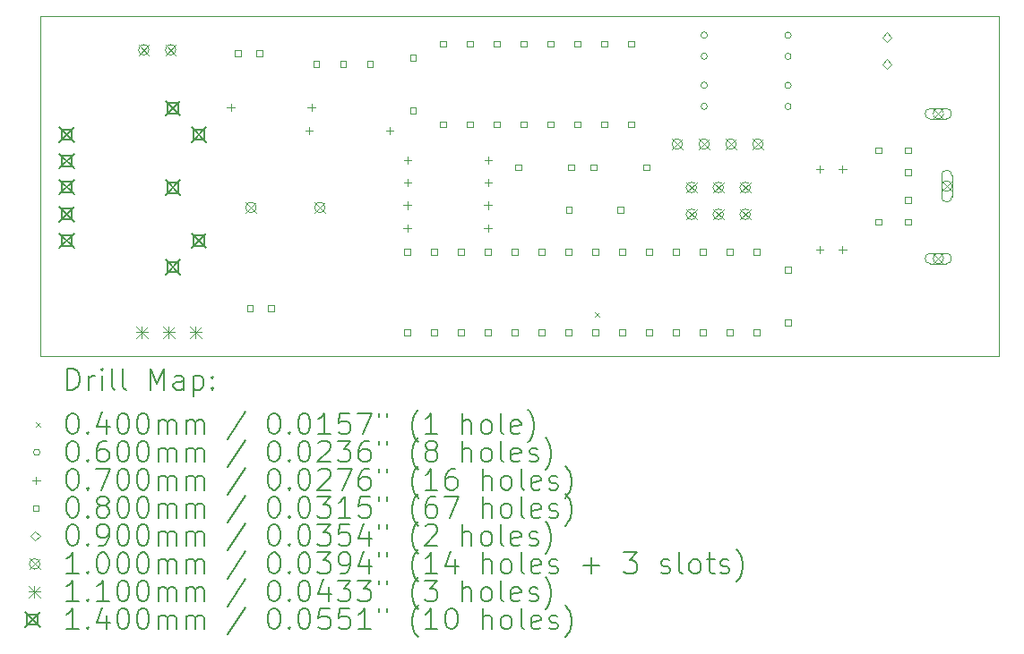
<source format=gbr>
%TF.GenerationSoftware,KiCad,Pcbnew,8.0.1*%
%TF.CreationDate,2024-05-13T00:47:21+01:00*%
%TF.ProjectId,TIMPS2Key,54494d50-5332-44b6-9579-2e6b69636164,rev?*%
%TF.SameCoordinates,Original*%
%TF.FileFunction,Drillmap*%
%TF.FilePolarity,Positive*%
%FSLAX45Y45*%
G04 Gerber Fmt 4.5, Leading zero omitted, Abs format (unit mm)*
G04 Created by KiCad (PCBNEW 8.0.1) date 2024-05-13 00:47:21*
%MOMM*%
%LPD*%
G01*
G04 APERTURE LIST*
%ADD10C,0.100000*%
%ADD11C,0.200000*%
%ADD12C,0.110000*%
%ADD13C,0.140000*%
G04 APERTURE END LIST*
D10*
X8070000Y-4675000D02*
X17129000Y-4675000D01*
X17129000Y-7893000D01*
X8070000Y-7893000D01*
X8070000Y-4675000D01*
D11*
D10*
X13310000Y-7480000D02*
X13350000Y-7520000D01*
X13350000Y-7480000D02*
X13310000Y-7520000D01*
X14372000Y-4855000D02*
G75*
G02*
X14312000Y-4855000I-30000J0D01*
G01*
X14312000Y-4855000D02*
G75*
G02*
X14372000Y-4855000I30000J0D01*
G01*
X14372000Y-5055000D02*
G75*
G02*
X14312000Y-5055000I-30000J0D01*
G01*
X14312000Y-5055000D02*
G75*
G02*
X14372000Y-5055000I30000J0D01*
G01*
X14372000Y-5329000D02*
G75*
G02*
X14312000Y-5329000I-30000J0D01*
G01*
X14312000Y-5329000D02*
G75*
G02*
X14372000Y-5329000I30000J0D01*
G01*
X14372000Y-5529000D02*
G75*
G02*
X14312000Y-5529000I-30000J0D01*
G01*
X14312000Y-5529000D02*
G75*
G02*
X14372000Y-5529000I30000J0D01*
G01*
X15165000Y-4855000D02*
G75*
G02*
X15105000Y-4855000I-30000J0D01*
G01*
X15105000Y-4855000D02*
G75*
G02*
X15165000Y-4855000I30000J0D01*
G01*
X15165000Y-5055000D02*
G75*
G02*
X15105000Y-5055000I-30000J0D01*
G01*
X15105000Y-5055000D02*
G75*
G02*
X15165000Y-5055000I30000J0D01*
G01*
X15165000Y-5329000D02*
G75*
G02*
X15105000Y-5329000I-30000J0D01*
G01*
X15105000Y-5329000D02*
G75*
G02*
X15165000Y-5329000I30000J0D01*
G01*
X15165000Y-5529000D02*
G75*
G02*
X15105000Y-5529000I-30000J0D01*
G01*
X15105000Y-5529000D02*
G75*
G02*
X15165000Y-5529000I30000J0D01*
G01*
X9868000Y-5500000D02*
X9868000Y-5570000D01*
X9833000Y-5535000D02*
X9903000Y-5535000D01*
X10609000Y-5720000D02*
X10609000Y-5790000D01*
X10574000Y-5755000D02*
X10644000Y-5755000D01*
X10630000Y-5500000D02*
X10630000Y-5570000D01*
X10595000Y-5535000D02*
X10665000Y-5535000D01*
X11371000Y-5720000D02*
X11371000Y-5790000D01*
X11336000Y-5755000D02*
X11406000Y-5755000D01*
X11536000Y-6430000D02*
X11536000Y-6500000D01*
X11501000Y-6465000D02*
X11571000Y-6465000D01*
X11536000Y-6645000D02*
X11536000Y-6715000D01*
X11501000Y-6680000D02*
X11571000Y-6680000D01*
X11537000Y-6000000D02*
X11537000Y-6070000D01*
X11502000Y-6035000D02*
X11572000Y-6035000D01*
X11537000Y-6215000D02*
X11537000Y-6285000D01*
X11502000Y-6250000D02*
X11572000Y-6250000D01*
X12298000Y-6430000D02*
X12298000Y-6500000D01*
X12263000Y-6465000D02*
X12333000Y-6465000D01*
X12298000Y-6645000D02*
X12298000Y-6715000D01*
X12263000Y-6680000D02*
X12333000Y-6680000D01*
X12299000Y-6000000D02*
X12299000Y-6070000D01*
X12264000Y-6035000D02*
X12334000Y-6035000D01*
X12299000Y-6215000D02*
X12299000Y-6285000D01*
X12264000Y-6250000D02*
X12334000Y-6250000D01*
X15435000Y-6085000D02*
X15435000Y-6155000D01*
X15400000Y-6120000D02*
X15470000Y-6120000D01*
X15435000Y-6847000D02*
X15435000Y-6917000D01*
X15400000Y-6882000D02*
X15470000Y-6882000D01*
X15650000Y-6085000D02*
X15650000Y-6155000D01*
X15615000Y-6120000D02*
X15685000Y-6120000D01*
X15650000Y-6847000D02*
X15650000Y-6917000D01*
X15615000Y-6882000D02*
X15685000Y-6882000D01*
X9965285Y-5054285D02*
X9965285Y-4997716D01*
X9908716Y-4997716D01*
X9908716Y-5054285D01*
X9965285Y-5054285D01*
X10078285Y-7468284D02*
X10078285Y-7411715D01*
X10021716Y-7411715D01*
X10021716Y-7468284D01*
X10078285Y-7468284D01*
X10165285Y-5054285D02*
X10165285Y-4997716D01*
X10108716Y-4997716D01*
X10108716Y-5054285D01*
X10165285Y-5054285D01*
X10278285Y-7468284D02*
X10278285Y-7411715D01*
X10221716Y-7411715D01*
X10221716Y-7468284D01*
X10278285Y-7468284D01*
X10703285Y-5153285D02*
X10703285Y-5096716D01*
X10646716Y-5096716D01*
X10646716Y-5153285D01*
X10703285Y-5153285D01*
X10957285Y-5153285D02*
X10957285Y-5096716D01*
X10900716Y-5096716D01*
X10900716Y-5153285D01*
X10957285Y-5153285D01*
X11211284Y-5153285D02*
X11211284Y-5096716D01*
X11154716Y-5096716D01*
X11154716Y-5153285D01*
X11211284Y-5153285D01*
X11566284Y-6933284D02*
X11566284Y-6876715D01*
X11509715Y-6876715D01*
X11509715Y-6933284D01*
X11566284Y-6933284D01*
X11566284Y-7695284D02*
X11566284Y-7638715D01*
X11509715Y-7638715D01*
X11509715Y-7695284D01*
X11566284Y-7695284D01*
X11618284Y-5094285D02*
X11618284Y-5037716D01*
X11561715Y-5037716D01*
X11561715Y-5094285D01*
X11618284Y-5094285D01*
X11618284Y-5594284D02*
X11618284Y-5537716D01*
X11561715Y-5537716D01*
X11561715Y-5594284D01*
X11618284Y-5594284D01*
X11820284Y-6933284D02*
X11820284Y-6876715D01*
X11763715Y-6876715D01*
X11763715Y-6933284D01*
X11820284Y-6933284D01*
X11820284Y-7695284D02*
X11820284Y-7638715D01*
X11763715Y-7638715D01*
X11763715Y-7695284D01*
X11820284Y-7695284D01*
X11902284Y-4964285D02*
X11902284Y-4907716D01*
X11845715Y-4907716D01*
X11845715Y-4964285D01*
X11902284Y-4964285D01*
X11902284Y-5726284D02*
X11902284Y-5669715D01*
X11845715Y-5669715D01*
X11845715Y-5726284D01*
X11902284Y-5726284D01*
X12074284Y-6933284D02*
X12074284Y-6876715D01*
X12017715Y-6876715D01*
X12017715Y-6933284D01*
X12074284Y-6933284D01*
X12074284Y-7695284D02*
X12074284Y-7638715D01*
X12017715Y-7638715D01*
X12017715Y-7695284D01*
X12074284Y-7695284D01*
X12156284Y-4964285D02*
X12156284Y-4907716D01*
X12099715Y-4907716D01*
X12099715Y-4964285D01*
X12156284Y-4964285D01*
X12156284Y-5726284D02*
X12156284Y-5669715D01*
X12099715Y-5669715D01*
X12099715Y-5726284D01*
X12156284Y-5726284D01*
X12328284Y-6933284D02*
X12328284Y-6876715D01*
X12271715Y-6876715D01*
X12271715Y-6933284D01*
X12328284Y-6933284D01*
X12328284Y-7695284D02*
X12328284Y-7638715D01*
X12271715Y-7638715D01*
X12271715Y-7695284D01*
X12328284Y-7695284D01*
X12410284Y-4964285D02*
X12410284Y-4907716D01*
X12353715Y-4907716D01*
X12353715Y-4964285D01*
X12410284Y-4964285D01*
X12410284Y-5726284D02*
X12410284Y-5669715D01*
X12353715Y-5669715D01*
X12353715Y-5726284D01*
X12410284Y-5726284D01*
X12582284Y-6933284D02*
X12582284Y-6876715D01*
X12525715Y-6876715D01*
X12525715Y-6933284D01*
X12582284Y-6933284D01*
X12582284Y-7695284D02*
X12582284Y-7638715D01*
X12525715Y-7638715D01*
X12525715Y-7695284D01*
X12582284Y-7695284D01*
X12612284Y-6133284D02*
X12612284Y-6076715D01*
X12555715Y-6076715D01*
X12555715Y-6133284D01*
X12612284Y-6133284D01*
X12664284Y-4964285D02*
X12664284Y-4907716D01*
X12607715Y-4907716D01*
X12607715Y-4964285D01*
X12664284Y-4964285D01*
X12664284Y-5726284D02*
X12664284Y-5669715D01*
X12607715Y-5669715D01*
X12607715Y-5726284D01*
X12664284Y-5726284D01*
X12836284Y-6933284D02*
X12836284Y-6876715D01*
X12779715Y-6876715D01*
X12779715Y-6933284D01*
X12836284Y-6933284D01*
X12836284Y-7695284D02*
X12836284Y-7638715D01*
X12779715Y-7638715D01*
X12779715Y-7695284D01*
X12836284Y-7695284D01*
X12918284Y-4964285D02*
X12918284Y-4907716D01*
X12861715Y-4907716D01*
X12861715Y-4964285D01*
X12918284Y-4964285D01*
X12918284Y-5726284D02*
X12918284Y-5669715D01*
X12861715Y-5669715D01*
X12861715Y-5726284D01*
X12918284Y-5726284D01*
X13090284Y-6933284D02*
X13090284Y-6876715D01*
X13033715Y-6876715D01*
X13033715Y-6933284D01*
X13090284Y-6933284D01*
X13090284Y-7695284D02*
X13090284Y-7638715D01*
X13033715Y-7638715D01*
X13033715Y-7695284D01*
X13090284Y-7695284D01*
X13092284Y-6538284D02*
X13092284Y-6481715D01*
X13035715Y-6481715D01*
X13035715Y-6538284D01*
X13092284Y-6538284D01*
X13112284Y-6133284D02*
X13112284Y-6076715D01*
X13055715Y-6076715D01*
X13055715Y-6133284D01*
X13112284Y-6133284D01*
X13172284Y-4964285D02*
X13172284Y-4907716D01*
X13115715Y-4907716D01*
X13115715Y-4964285D01*
X13172284Y-4964285D01*
X13172284Y-5726284D02*
X13172284Y-5669715D01*
X13115715Y-5669715D01*
X13115715Y-5726284D01*
X13172284Y-5726284D01*
X13327284Y-6133284D02*
X13327284Y-6076715D01*
X13270715Y-6076715D01*
X13270715Y-6133284D01*
X13327284Y-6133284D01*
X13344284Y-6933284D02*
X13344284Y-6876715D01*
X13287715Y-6876715D01*
X13287715Y-6933284D01*
X13344284Y-6933284D01*
X13344284Y-7695284D02*
X13344284Y-7638715D01*
X13287715Y-7638715D01*
X13287715Y-7695284D01*
X13344284Y-7695284D01*
X13426284Y-4964285D02*
X13426284Y-4907716D01*
X13369715Y-4907716D01*
X13369715Y-4964285D01*
X13426284Y-4964285D01*
X13426284Y-5726284D02*
X13426284Y-5669715D01*
X13369715Y-5669715D01*
X13369715Y-5726284D01*
X13426284Y-5726284D01*
X13580284Y-6538284D02*
X13580284Y-6481715D01*
X13523715Y-6481715D01*
X13523715Y-6538284D01*
X13580284Y-6538284D01*
X13598284Y-6933284D02*
X13598284Y-6876715D01*
X13541715Y-6876715D01*
X13541715Y-6933284D01*
X13598284Y-6933284D01*
X13598284Y-7695284D02*
X13598284Y-7638715D01*
X13541715Y-7638715D01*
X13541715Y-7695284D01*
X13598284Y-7695284D01*
X13680284Y-4964285D02*
X13680284Y-4907716D01*
X13623715Y-4907716D01*
X13623715Y-4964285D01*
X13680284Y-4964285D01*
X13680284Y-5726284D02*
X13680284Y-5669715D01*
X13623715Y-5669715D01*
X13623715Y-5726284D01*
X13680284Y-5726284D01*
X13827284Y-6133284D02*
X13827284Y-6076715D01*
X13770715Y-6076715D01*
X13770715Y-6133284D01*
X13827284Y-6133284D01*
X13852284Y-6933284D02*
X13852284Y-6876715D01*
X13795715Y-6876715D01*
X13795715Y-6933284D01*
X13852284Y-6933284D01*
X13852284Y-7695284D02*
X13852284Y-7638715D01*
X13795715Y-7638715D01*
X13795715Y-7695284D01*
X13852284Y-7695284D01*
X14106284Y-6933284D02*
X14106284Y-6876715D01*
X14049715Y-6876715D01*
X14049715Y-6933284D01*
X14106284Y-6933284D01*
X14106284Y-7695284D02*
X14106284Y-7638715D01*
X14049715Y-7638715D01*
X14049715Y-7695284D01*
X14106284Y-7695284D01*
X14360284Y-6933284D02*
X14360284Y-6876715D01*
X14303715Y-6876715D01*
X14303715Y-6933284D01*
X14360284Y-6933284D01*
X14360284Y-7695284D02*
X14360284Y-7638715D01*
X14303715Y-7638715D01*
X14303715Y-7695284D01*
X14360284Y-7695284D01*
X14614284Y-6933284D02*
X14614284Y-6876715D01*
X14557715Y-6876715D01*
X14557715Y-6933284D01*
X14614284Y-6933284D01*
X14614284Y-7695284D02*
X14614284Y-7638715D01*
X14557715Y-7638715D01*
X14557715Y-7695284D01*
X14614284Y-7695284D01*
X14868284Y-6933284D02*
X14868284Y-6876715D01*
X14811715Y-6876715D01*
X14811715Y-6933284D01*
X14868284Y-6933284D01*
X14868284Y-7695284D02*
X14868284Y-7638715D01*
X14811715Y-7638715D01*
X14811715Y-7695284D01*
X14868284Y-7695284D01*
X15163284Y-7105284D02*
X15163284Y-7048715D01*
X15106715Y-7048715D01*
X15106715Y-7105284D01*
X15163284Y-7105284D01*
X15163284Y-7605284D02*
X15163284Y-7548715D01*
X15106715Y-7548715D01*
X15106715Y-7605284D01*
X15163284Y-7605284D01*
X16018284Y-5971284D02*
X16018284Y-5914715D01*
X15961715Y-5914715D01*
X15961715Y-5971284D01*
X16018284Y-5971284D01*
X16018284Y-6651284D02*
X16018284Y-6594715D01*
X15961715Y-6594715D01*
X15961715Y-6651284D01*
X16018284Y-6651284D01*
X16298284Y-5971284D02*
X16298284Y-5914715D01*
X16241715Y-5914715D01*
X16241715Y-5971284D01*
X16298284Y-5971284D01*
X16298284Y-6181284D02*
X16298284Y-6124715D01*
X16241715Y-6124715D01*
X16241715Y-6181284D01*
X16298284Y-6181284D01*
X16298284Y-6441284D02*
X16298284Y-6384715D01*
X16241715Y-6384715D01*
X16241715Y-6441284D01*
X16298284Y-6441284D01*
X16298284Y-6651284D02*
X16298284Y-6594715D01*
X16241715Y-6594715D01*
X16241715Y-6651284D01*
X16298284Y-6651284D01*
X16070000Y-4918500D02*
X16115000Y-4873500D01*
X16070000Y-4828500D01*
X16025000Y-4873500D01*
X16070000Y-4918500D01*
X16070000Y-5172500D02*
X16115000Y-5127500D01*
X16070000Y-5082500D01*
X16025000Y-5127500D01*
X16070000Y-5172500D01*
X8996000Y-4943000D02*
X9096000Y-5043000D01*
X9096000Y-4943000D02*
X8996000Y-5043000D01*
X9096000Y-4993000D02*
G75*
G02*
X8996000Y-4993000I-50000J0D01*
G01*
X8996000Y-4993000D02*
G75*
G02*
X9096000Y-4993000I50000J0D01*
G01*
X9250000Y-4943000D02*
X9350000Y-5043000D01*
X9350000Y-4943000D02*
X9250000Y-5043000D01*
X9350000Y-4993000D02*
G75*
G02*
X9250000Y-4993000I-50000J0D01*
G01*
X9250000Y-4993000D02*
G75*
G02*
X9350000Y-4993000I50000J0D01*
G01*
X10010000Y-6435000D02*
X10110000Y-6535000D01*
X10110000Y-6435000D02*
X10010000Y-6535000D01*
X10110000Y-6485000D02*
G75*
G02*
X10010000Y-6485000I-50000J0D01*
G01*
X10010000Y-6485000D02*
G75*
G02*
X10110000Y-6485000I50000J0D01*
G01*
X10660000Y-6435000D02*
X10760000Y-6535000D01*
X10760000Y-6435000D02*
X10660000Y-6535000D01*
X10760000Y-6485000D02*
G75*
G02*
X10660000Y-6485000I-50000J0D01*
G01*
X10660000Y-6485000D02*
G75*
G02*
X10760000Y-6485000I50000J0D01*
G01*
X14038000Y-5835000D02*
X14138000Y-5935000D01*
X14138000Y-5835000D02*
X14038000Y-5935000D01*
X14138000Y-5885000D02*
G75*
G02*
X14038000Y-5885000I-50000J0D01*
G01*
X14038000Y-5885000D02*
G75*
G02*
X14138000Y-5885000I50000J0D01*
G01*
X14172000Y-6246000D02*
X14272000Y-6346000D01*
X14272000Y-6246000D02*
X14172000Y-6346000D01*
X14272000Y-6296000D02*
G75*
G02*
X14172000Y-6296000I-50000J0D01*
G01*
X14172000Y-6296000D02*
G75*
G02*
X14272000Y-6296000I50000J0D01*
G01*
X14172000Y-6500000D02*
X14272000Y-6600000D01*
X14272000Y-6500000D02*
X14172000Y-6600000D01*
X14272000Y-6550000D02*
G75*
G02*
X14172000Y-6550000I-50000J0D01*
G01*
X14172000Y-6550000D02*
G75*
G02*
X14272000Y-6550000I50000J0D01*
G01*
X14292000Y-5835000D02*
X14392000Y-5935000D01*
X14392000Y-5835000D02*
X14292000Y-5935000D01*
X14392000Y-5885000D02*
G75*
G02*
X14292000Y-5885000I-50000J0D01*
G01*
X14292000Y-5885000D02*
G75*
G02*
X14392000Y-5885000I50000J0D01*
G01*
X14426000Y-6246000D02*
X14526000Y-6346000D01*
X14526000Y-6246000D02*
X14426000Y-6346000D01*
X14526000Y-6296000D02*
G75*
G02*
X14426000Y-6296000I-50000J0D01*
G01*
X14426000Y-6296000D02*
G75*
G02*
X14526000Y-6296000I50000J0D01*
G01*
X14426000Y-6500000D02*
X14526000Y-6600000D01*
X14526000Y-6500000D02*
X14426000Y-6600000D01*
X14526000Y-6550000D02*
G75*
G02*
X14426000Y-6550000I-50000J0D01*
G01*
X14426000Y-6550000D02*
G75*
G02*
X14526000Y-6550000I50000J0D01*
G01*
X14546000Y-5835000D02*
X14646000Y-5935000D01*
X14646000Y-5835000D02*
X14546000Y-5935000D01*
X14646000Y-5885000D02*
G75*
G02*
X14546000Y-5885000I-50000J0D01*
G01*
X14546000Y-5885000D02*
G75*
G02*
X14646000Y-5885000I50000J0D01*
G01*
X14680000Y-6246000D02*
X14780000Y-6346000D01*
X14780000Y-6246000D02*
X14680000Y-6346000D01*
X14780000Y-6296000D02*
G75*
G02*
X14680000Y-6296000I-50000J0D01*
G01*
X14680000Y-6296000D02*
G75*
G02*
X14780000Y-6296000I50000J0D01*
G01*
X14680000Y-6500000D02*
X14780000Y-6600000D01*
X14780000Y-6500000D02*
X14680000Y-6600000D01*
X14780000Y-6550000D02*
G75*
G02*
X14680000Y-6550000I-50000J0D01*
G01*
X14680000Y-6550000D02*
G75*
G02*
X14780000Y-6550000I50000J0D01*
G01*
X14800000Y-5835000D02*
X14900000Y-5935000D01*
X14900000Y-5835000D02*
X14800000Y-5935000D01*
X14900000Y-5885000D02*
G75*
G02*
X14800000Y-5885000I-50000J0D01*
G01*
X14800000Y-5885000D02*
G75*
G02*
X14900000Y-5885000I50000J0D01*
G01*
X16505000Y-5548000D02*
X16605000Y-5648000D01*
X16605000Y-5548000D02*
X16505000Y-5648000D01*
X16605000Y-5598000D02*
G75*
G02*
X16505000Y-5598000I-50000J0D01*
G01*
X16505000Y-5598000D02*
G75*
G02*
X16605000Y-5598000I50000J0D01*
G01*
X16480000Y-5648000D02*
X16630000Y-5648000D01*
X16630000Y-5548000D02*
G75*
G02*
X16630000Y-5648000I0J-50000D01*
G01*
X16630000Y-5548000D02*
X16480000Y-5548000D01*
X16480000Y-5548000D02*
G75*
G03*
X16480000Y-5648000I0J-50000D01*
G01*
X16505000Y-6918000D02*
X16605000Y-7018000D01*
X16605000Y-6918000D02*
X16505000Y-7018000D01*
X16605000Y-6968000D02*
G75*
G02*
X16505000Y-6968000I-50000J0D01*
G01*
X16505000Y-6968000D02*
G75*
G02*
X16605000Y-6968000I50000J0D01*
G01*
X16480000Y-7018000D02*
X16630000Y-7018000D01*
X16630000Y-6918000D02*
G75*
G02*
X16630000Y-7018000I0J-50000D01*
G01*
X16630000Y-6918000D02*
X16480000Y-6918000D01*
X16480000Y-6918000D02*
G75*
G03*
X16480000Y-7018000I0J-50000D01*
G01*
X16585000Y-6233000D02*
X16685000Y-6333000D01*
X16685000Y-6233000D02*
X16585000Y-6333000D01*
X16685000Y-6283000D02*
G75*
G02*
X16585000Y-6283000I-50000J0D01*
G01*
X16585000Y-6283000D02*
G75*
G02*
X16685000Y-6283000I50000J0D01*
G01*
X16685000Y-6383000D02*
X16685000Y-6183000D01*
X16585000Y-6183000D02*
G75*
G02*
X16685000Y-6183000I50000J0D01*
G01*
X16585000Y-6183000D02*
X16585000Y-6383000D01*
X16585000Y-6383000D02*
G75*
G03*
X16685000Y-6383000I50000J0D01*
G01*
D12*
X8973000Y-7610000D02*
X9083000Y-7720000D01*
X9083000Y-7610000D02*
X8973000Y-7720000D01*
X9028000Y-7610000D02*
X9028000Y-7720000D01*
X8973000Y-7665000D02*
X9083000Y-7665000D01*
X9227000Y-7610000D02*
X9337000Y-7720000D01*
X9337000Y-7610000D02*
X9227000Y-7720000D01*
X9282000Y-7610000D02*
X9282000Y-7720000D01*
X9227000Y-7665000D02*
X9337000Y-7665000D01*
X9481000Y-7610000D02*
X9591000Y-7720000D01*
X9591000Y-7610000D02*
X9481000Y-7720000D01*
X9536000Y-7610000D02*
X9536000Y-7720000D01*
X9481000Y-7665000D02*
X9591000Y-7665000D01*
D13*
X8249320Y-5727000D02*
X8389320Y-5867000D01*
X8389320Y-5727000D02*
X8249320Y-5867000D01*
X8368818Y-5846498D02*
X8368818Y-5747502D01*
X8269822Y-5747502D01*
X8269822Y-5846498D01*
X8368818Y-5846498D01*
X8249320Y-5977500D02*
X8389320Y-6117500D01*
X8389320Y-5977500D02*
X8249320Y-6117500D01*
X8368818Y-6096998D02*
X8368818Y-5998002D01*
X8269822Y-5998002D01*
X8269822Y-6096998D01*
X8368818Y-6096998D01*
X8249320Y-6222420D02*
X8389320Y-6362420D01*
X8389320Y-6222420D02*
X8249320Y-6362420D01*
X8368818Y-6341918D02*
X8368818Y-6242922D01*
X8269822Y-6242922D01*
X8269822Y-6341918D01*
X8368818Y-6341918D01*
X8249320Y-6477500D02*
X8389320Y-6617500D01*
X8389320Y-6477500D02*
X8249320Y-6617500D01*
X8368818Y-6596998D02*
X8368818Y-6498002D01*
X8269822Y-6498002D01*
X8269822Y-6596998D01*
X8368818Y-6596998D01*
X8249320Y-6728000D02*
X8389320Y-6868000D01*
X8389320Y-6728000D02*
X8249320Y-6868000D01*
X8368818Y-6847498D02*
X8368818Y-6748502D01*
X8269822Y-6748502D01*
X8269822Y-6847498D01*
X8368818Y-6847498D01*
X9250000Y-5477000D02*
X9390000Y-5617000D01*
X9390000Y-5477000D02*
X9250000Y-5617000D01*
X9369498Y-5596498D02*
X9369498Y-5497502D01*
X9270502Y-5497502D01*
X9270502Y-5596498D01*
X9369498Y-5596498D01*
X9250000Y-6227500D02*
X9390000Y-6367500D01*
X9390000Y-6227500D02*
X9250000Y-6367500D01*
X9369498Y-6346998D02*
X9369498Y-6248002D01*
X9270502Y-6248002D01*
X9270502Y-6346998D01*
X9369498Y-6346998D01*
X9250000Y-6978000D02*
X9390000Y-7118000D01*
X9390000Y-6978000D02*
X9250000Y-7118000D01*
X9369498Y-7097498D02*
X9369498Y-6998502D01*
X9270502Y-6998502D01*
X9270502Y-7097498D01*
X9369498Y-7097498D01*
X9499000Y-5727000D02*
X9639000Y-5867000D01*
X9639000Y-5727000D02*
X9499000Y-5867000D01*
X9618498Y-5846498D02*
X9618498Y-5747502D01*
X9519502Y-5747502D01*
X9519502Y-5846498D01*
X9618498Y-5846498D01*
X9499000Y-6728000D02*
X9639000Y-6868000D01*
X9639000Y-6728000D02*
X9499000Y-6868000D01*
X9618498Y-6847498D02*
X9618498Y-6748502D01*
X9519502Y-6748502D01*
X9519502Y-6847498D01*
X9618498Y-6847498D01*
D11*
X8325777Y-8209484D02*
X8325777Y-8009484D01*
X8325777Y-8009484D02*
X8373396Y-8009484D01*
X8373396Y-8009484D02*
X8401967Y-8019008D01*
X8401967Y-8019008D02*
X8421015Y-8038055D01*
X8421015Y-8038055D02*
X8430539Y-8057103D01*
X8430539Y-8057103D02*
X8440063Y-8095198D01*
X8440063Y-8095198D02*
X8440063Y-8123769D01*
X8440063Y-8123769D02*
X8430539Y-8161865D01*
X8430539Y-8161865D02*
X8421015Y-8180912D01*
X8421015Y-8180912D02*
X8401967Y-8199960D01*
X8401967Y-8199960D02*
X8373396Y-8209484D01*
X8373396Y-8209484D02*
X8325777Y-8209484D01*
X8525777Y-8209484D02*
X8525777Y-8076150D01*
X8525777Y-8114246D02*
X8535301Y-8095198D01*
X8535301Y-8095198D02*
X8544824Y-8085674D01*
X8544824Y-8085674D02*
X8563872Y-8076150D01*
X8563872Y-8076150D02*
X8582920Y-8076150D01*
X8649586Y-8209484D02*
X8649586Y-8076150D01*
X8649586Y-8009484D02*
X8640063Y-8019008D01*
X8640063Y-8019008D02*
X8649586Y-8028531D01*
X8649586Y-8028531D02*
X8659110Y-8019008D01*
X8659110Y-8019008D02*
X8649586Y-8009484D01*
X8649586Y-8009484D02*
X8649586Y-8028531D01*
X8773396Y-8209484D02*
X8754348Y-8199960D01*
X8754348Y-8199960D02*
X8744824Y-8180912D01*
X8744824Y-8180912D02*
X8744824Y-8009484D01*
X8878158Y-8209484D02*
X8859110Y-8199960D01*
X8859110Y-8199960D02*
X8849586Y-8180912D01*
X8849586Y-8180912D02*
X8849586Y-8009484D01*
X9106729Y-8209484D02*
X9106729Y-8009484D01*
X9106729Y-8009484D02*
X9173396Y-8152341D01*
X9173396Y-8152341D02*
X9240063Y-8009484D01*
X9240063Y-8009484D02*
X9240063Y-8209484D01*
X9421015Y-8209484D02*
X9421015Y-8104722D01*
X9421015Y-8104722D02*
X9411491Y-8085674D01*
X9411491Y-8085674D02*
X9392444Y-8076150D01*
X9392444Y-8076150D02*
X9354348Y-8076150D01*
X9354348Y-8076150D02*
X9335301Y-8085674D01*
X9421015Y-8199960D02*
X9401967Y-8209484D01*
X9401967Y-8209484D02*
X9354348Y-8209484D01*
X9354348Y-8209484D02*
X9335301Y-8199960D01*
X9335301Y-8199960D02*
X9325777Y-8180912D01*
X9325777Y-8180912D02*
X9325777Y-8161865D01*
X9325777Y-8161865D02*
X9335301Y-8142817D01*
X9335301Y-8142817D02*
X9354348Y-8133293D01*
X9354348Y-8133293D02*
X9401967Y-8133293D01*
X9401967Y-8133293D02*
X9421015Y-8123769D01*
X9516253Y-8076150D02*
X9516253Y-8276150D01*
X9516253Y-8085674D02*
X9535301Y-8076150D01*
X9535301Y-8076150D02*
X9573396Y-8076150D01*
X9573396Y-8076150D02*
X9592444Y-8085674D01*
X9592444Y-8085674D02*
X9601967Y-8095198D01*
X9601967Y-8095198D02*
X9611491Y-8114246D01*
X9611491Y-8114246D02*
X9611491Y-8171388D01*
X9611491Y-8171388D02*
X9601967Y-8190436D01*
X9601967Y-8190436D02*
X9592444Y-8199960D01*
X9592444Y-8199960D02*
X9573396Y-8209484D01*
X9573396Y-8209484D02*
X9535301Y-8209484D01*
X9535301Y-8209484D02*
X9516253Y-8199960D01*
X9697205Y-8190436D02*
X9706729Y-8199960D01*
X9706729Y-8199960D02*
X9697205Y-8209484D01*
X9697205Y-8209484D02*
X9687682Y-8199960D01*
X9687682Y-8199960D02*
X9697205Y-8190436D01*
X9697205Y-8190436D02*
X9697205Y-8209484D01*
X9697205Y-8085674D02*
X9706729Y-8095198D01*
X9706729Y-8095198D02*
X9697205Y-8104722D01*
X9697205Y-8104722D02*
X9687682Y-8095198D01*
X9687682Y-8095198D02*
X9697205Y-8085674D01*
X9697205Y-8085674D02*
X9697205Y-8104722D01*
D10*
X8025000Y-8518000D02*
X8065000Y-8558000D01*
X8065000Y-8518000D02*
X8025000Y-8558000D01*
D11*
X8363872Y-8429484D02*
X8382920Y-8429484D01*
X8382920Y-8429484D02*
X8401967Y-8439008D01*
X8401967Y-8439008D02*
X8411491Y-8448531D01*
X8411491Y-8448531D02*
X8421015Y-8467579D01*
X8421015Y-8467579D02*
X8430539Y-8505674D01*
X8430539Y-8505674D02*
X8430539Y-8553293D01*
X8430539Y-8553293D02*
X8421015Y-8591389D01*
X8421015Y-8591389D02*
X8411491Y-8610436D01*
X8411491Y-8610436D02*
X8401967Y-8619960D01*
X8401967Y-8619960D02*
X8382920Y-8629484D01*
X8382920Y-8629484D02*
X8363872Y-8629484D01*
X8363872Y-8629484D02*
X8344824Y-8619960D01*
X8344824Y-8619960D02*
X8335301Y-8610436D01*
X8335301Y-8610436D02*
X8325777Y-8591389D01*
X8325777Y-8591389D02*
X8316253Y-8553293D01*
X8316253Y-8553293D02*
X8316253Y-8505674D01*
X8316253Y-8505674D02*
X8325777Y-8467579D01*
X8325777Y-8467579D02*
X8335301Y-8448531D01*
X8335301Y-8448531D02*
X8344824Y-8439008D01*
X8344824Y-8439008D02*
X8363872Y-8429484D01*
X8516253Y-8610436D02*
X8525777Y-8619960D01*
X8525777Y-8619960D02*
X8516253Y-8629484D01*
X8516253Y-8629484D02*
X8506729Y-8619960D01*
X8506729Y-8619960D02*
X8516253Y-8610436D01*
X8516253Y-8610436D02*
X8516253Y-8629484D01*
X8697205Y-8496150D02*
X8697205Y-8629484D01*
X8649586Y-8419960D02*
X8601967Y-8562817D01*
X8601967Y-8562817D02*
X8725777Y-8562817D01*
X8840063Y-8429484D02*
X8859110Y-8429484D01*
X8859110Y-8429484D02*
X8878158Y-8439008D01*
X8878158Y-8439008D02*
X8887682Y-8448531D01*
X8887682Y-8448531D02*
X8897205Y-8467579D01*
X8897205Y-8467579D02*
X8906729Y-8505674D01*
X8906729Y-8505674D02*
X8906729Y-8553293D01*
X8906729Y-8553293D02*
X8897205Y-8591389D01*
X8897205Y-8591389D02*
X8887682Y-8610436D01*
X8887682Y-8610436D02*
X8878158Y-8619960D01*
X8878158Y-8619960D02*
X8859110Y-8629484D01*
X8859110Y-8629484D02*
X8840063Y-8629484D01*
X8840063Y-8629484D02*
X8821015Y-8619960D01*
X8821015Y-8619960D02*
X8811491Y-8610436D01*
X8811491Y-8610436D02*
X8801967Y-8591389D01*
X8801967Y-8591389D02*
X8792444Y-8553293D01*
X8792444Y-8553293D02*
X8792444Y-8505674D01*
X8792444Y-8505674D02*
X8801967Y-8467579D01*
X8801967Y-8467579D02*
X8811491Y-8448531D01*
X8811491Y-8448531D02*
X8821015Y-8439008D01*
X8821015Y-8439008D02*
X8840063Y-8429484D01*
X9030539Y-8429484D02*
X9049586Y-8429484D01*
X9049586Y-8429484D02*
X9068634Y-8439008D01*
X9068634Y-8439008D02*
X9078158Y-8448531D01*
X9078158Y-8448531D02*
X9087682Y-8467579D01*
X9087682Y-8467579D02*
X9097205Y-8505674D01*
X9097205Y-8505674D02*
X9097205Y-8553293D01*
X9097205Y-8553293D02*
X9087682Y-8591389D01*
X9087682Y-8591389D02*
X9078158Y-8610436D01*
X9078158Y-8610436D02*
X9068634Y-8619960D01*
X9068634Y-8619960D02*
X9049586Y-8629484D01*
X9049586Y-8629484D02*
X9030539Y-8629484D01*
X9030539Y-8629484D02*
X9011491Y-8619960D01*
X9011491Y-8619960D02*
X9001967Y-8610436D01*
X9001967Y-8610436D02*
X8992444Y-8591389D01*
X8992444Y-8591389D02*
X8982920Y-8553293D01*
X8982920Y-8553293D02*
X8982920Y-8505674D01*
X8982920Y-8505674D02*
X8992444Y-8467579D01*
X8992444Y-8467579D02*
X9001967Y-8448531D01*
X9001967Y-8448531D02*
X9011491Y-8439008D01*
X9011491Y-8439008D02*
X9030539Y-8429484D01*
X9182920Y-8629484D02*
X9182920Y-8496150D01*
X9182920Y-8515198D02*
X9192444Y-8505674D01*
X9192444Y-8505674D02*
X9211491Y-8496150D01*
X9211491Y-8496150D02*
X9240063Y-8496150D01*
X9240063Y-8496150D02*
X9259110Y-8505674D01*
X9259110Y-8505674D02*
X9268634Y-8524722D01*
X9268634Y-8524722D02*
X9268634Y-8629484D01*
X9268634Y-8524722D02*
X9278158Y-8505674D01*
X9278158Y-8505674D02*
X9297205Y-8496150D01*
X9297205Y-8496150D02*
X9325777Y-8496150D01*
X9325777Y-8496150D02*
X9344825Y-8505674D01*
X9344825Y-8505674D02*
X9354348Y-8524722D01*
X9354348Y-8524722D02*
X9354348Y-8629484D01*
X9449586Y-8629484D02*
X9449586Y-8496150D01*
X9449586Y-8515198D02*
X9459110Y-8505674D01*
X9459110Y-8505674D02*
X9478158Y-8496150D01*
X9478158Y-8496150D02*
X9506729Y-8496150D01*
X9506729Y-8496150D02*
X9525777Y-8505674D01*
X9525777Y-8505674D02*
X9535301Y-8524722D01*
X9535301Y-8524722D02*
X9535301Y-8629484D01*
X9535301Y-8524722D02*
X9544825Y-8505674D01*
X9544825Y-8505674D02*
X9563872Y-8496150D01*
X9563872Y-8496150D02*
X9592444Y-8496150D01*
X9592444Y-8496150D02*
X9611491Y-8505674D01*
X9611491Y-8505674D02*
X9621015Y-8524722D01*
X9621015Y-8524722D02*
X9621015Y-8629484D01*
X10011491Y-8419960D02*
X9840063Y-8677103D01*
X10268634Y-8429484D02*
X10287682Y-8429484D01*
X10287682Y-8429484D02*
X10306729Y-8439008D01*
X10306729Y-8439008D02*
X10316253Y-8448531D01*
X10316253Y-8448531D02*
X10325777Y-8467579D01*
X10325777Y-8467579D02*
X10335301Y-8505674D01*
X10335301Y-8505674D02*
X10335301Y-8553293D01*
X10335301Y-8553293D02*
X10325777Y-8591389D01*
X10325777Y-8591389D02*
X10316253Y-8610436D01*
X10316253Y-8610436D02*
X10306729Y-8619960D01*
X10306729Y-8619960D02*
X10287682Y-8629484D01*
X10287682Y-8629484D02*
X10268634Y-8629484D01*
X10268634Y-8629484D02*
X10249587Y-8619960D01*
X10249587Y-8619960D02*
X10240063Y-8610436D01*
X10240063Y-8610436D02*
X10230539Y-8591389D01*
X10230539Y-8591389D02*
X10221015Y-8553293D01*
X10221015Y-8553293D02*
X10221015Y-8505674D01*
X10221015Y-8505674D02*
X10230539Y-8467579D01*
X10230539Y-8467579D02*
X10240063Y-8448531D01*
X10240063Y-8448531D02*
X10249587Y-8439008D01*
X10249587Y-8439008D02*
X10268634Y-8429484D01*
X10421015Y-8610436D02*
X10430539Y-8619960D01*
X10430539Y-8619960D02*
X10421015Y-8629484D01*
X10421015Y-8629484D02*
X10411491Y-8619960D01*
X10411491Y-8619960D02*
X10421015Y-8610436D01*
X10421015Y-8610436D02*
X10421015Y-8629484D01*
X10554348Y-8429484D02*
X10573396Y-8429484D01*
X10573396Y-8429484D02*
X10592444Y-8439008D01*
X10592444Y-8439008D02*
X10601968Y-8448531D01*
X10601968Y-8448531D02*
X10611491Y-8467579D01*
X10611491Y-8467579D02*
X10621015Y-8505674D01*
X10621015Y-8505674D02*
X10621015Y-8553293D01*
X10621015Y-8553293D02*
X10611491Y-8591389D01*
X10611491Y-8591389D02*
X10601968Y-8610436D01*
X10601968Y-8610436D02*
X10592444Y-8619960D01*
X10592444Y-8619960D02*
X10573396Y-8629484D01*
X10573396Y-8629484D02*
X10554348Y-8629484D01*
X10554348Y-8629484D02*
X10535301Y-8619960D01*
X10535301Y-8619960D02*
X10525777Y-8610436D01*
X10525777Y-8610436D02*
X10516253Y-8591389D01*
X10516253Y-8591389D02*
X10506729Y-8553293D01*
X10506729Y-8553293D02*
X10506729Y-8505674D01*
X10506729Y-8505674D02*
X10516253Y-8467579D01*
X10516253Y-8467579D02*
X10525777Y-8448531D01*
X10525777Y-8448531D02*
X10535301Y-8439008D01*
X10535301Y-8439008D02*
X10554348Y-8429484D01*
X10811491Y-8629484D02*
X10697206Y-8629484D01*
X10754348Y-8629484D02*
X10754348Y-8429484D01*
X10754348Y-8429484D02*
X10735301Y-8458055D01*
X10735301Y-8458055D02*
X10716253Y-8477103D01*
X10716253Y-8477103D02*
X10697206Y-8486627D01*
X10992444Y-8429484D02*
X10897206Y-8429484D01*
X10897206Y-8429484D02*
X10887682Y-8524722D01*
X10887682Y-8524722D02*
X10897206Y-8515198D01*
X10897206Y-8515198D02*
X10916253Y-8505674D01*
X10916253Y-8505674D02*
X10963872Y-8505674D01*
X10963872Y-8505674D02*
X10982920Y-8515198D01*
X10982920Y-8515198D02*
X10992444Y-8524722D01*
X10992444Y-8524722D02*
X11001968Y-8543770D01*
X11001968Y-8543770D02*
X11001968Y-8591389D01*
X11001968Y-8591389D02*
X10992444Y-8610436D01*
X10992444Y-8610436D02*
X10982920Y-8619960D01*
X10982920Y-8619960D02*
X10963872Y-8629484D01*
X10963872Y-8629484D02*
X10916253Y-8629484D01*
X10916253Y-8629484D02*
X10897206Y-8619960D01*
X10897206Y-8619960D02*
X10887682Y-8610436D01*
X11068634Y-8429484D02*
X11201967Y-8429484D01*
X11201967Y-8429484D02*
X11116253Y-8629484D01*
X11268634Y-8429484D02*
X11268634Y-8467579D01*
X11344825Y-8429484D02*
X11344825Y-8467579D01*
X11640063Y-8705674D02*
X11630539Y-8696150D01*
X11630539Y-8696150D02*
X11611491Y-8667579D01*
X11611491Y-8667579D02*
X11601968Y-8648531D01*
X11601968Y-8648531D02*
X11592444Y-8619960D01*
X11592444Y-8619960D02*
X11582920Y-8572341D01*
X11582920Y-8572341D02*
X11582920Y-8534246D01*
X11582920Y-8534246D02*
X11592444Y-8486627D01*
X11592444Y-8486627D02*
X11601968Y-8458055D01*
X11601968Y-8458055D02*
X11611491Y-8439008D01*
X11611491Y-8439008D02*
X11630539Y-8410436D01*
X11630539Y-8410436D02*
X11640063Y-8400912D01*
X11821015Y-8629484D02*
X11706729Y-8629484D01*
X11763872Y-8629484D02*
X11763872Y-8429484D01*
X11763872Y-8429484D02*
X11744825Y-8458055D01*
X11744825Y-8458055D02*
X11725777Y-8477103D01*
X11725777Y-8477103D02*
X11706729Y-8486627D01*
X12059110Y-8629484D02*
X12059110Y-8429484D01*
X12144825Y-8629484D02*
X12144825Y-8524722D01*
X12144825Y-8524722D02*
X12135301Y-8505674D01*
X12135301Y-8505674D02*
X12116253Y-8496150D01*
X12116253Y-8496150D02*
X12087682Y-8496150D01*
X12087682Y-8496150D02*
X12068634Y-8505674D01*
X12068634Y-8505674D02*
X12059110Y-8515198D01*
X12268634Y-8629484D02*
X12249587Y-8619960D01*
X12249587Y-8619960D02*
X12240063Y-8610436D01*
X12240063Y-8610436D02*
X12230539Y-8591389D01*
X12230539Y-8591389D02*
X12230539Y-8534246D01*
X12230539Y-8534246D02*
X12240063Y-8515198D01*
X12240063Y-8515198D02*
X12249587Y-8505674D01*
X12249587Y-8505674D02*
X12268634Y-8496150D01*
X12268634Y-8496150D02*
X12297206Y-8496150D01*
X12297206Y-8496150D02*
X12316253Y-8505674D01*
X12316253Y-8505674D02*
X12325777Y-8515198D01*
X12325777Y-8515198D02*
X12335301Y-8534246D01*
X12335301Y-8534246D02*
X12335301Y-8591389D01*
X12335301Y-8591389D02*
X12325777Y-8610436D01*
X12325777Y-8610436D02*
X12316253Y-8619960D01*
X12316253Y-8619960D02*
X12297206Y-8629484D01*
X12297206Y-8629484D02*
X12268634Y-8629484D01*
X12449587Y-8629484D02*
X12430539Y-8619960D01*
X12430539Y-8619960D02*
X12421015Y-8600912D01*
X12421015Y-8600912D02*
X12421015Y-8429484D01*
X12601968Y-8619960D02*
X12582920Y-8629484D01*
X12582920Y-8629484D02*
X12544825Y-8629484D01*
X12544825Y-8629484D02*
X12525777Y-8619960D01*
X12525777Y-8619960D02*
X12516253Y-8600912D01*
X12516253Y-8600912D02*
X12516253Y-8524722D01*
X12516253Y-8524722D02*
X12525777Y-8505674D01*
X12525777Y-8505674D02*
X12544825Y-8496150D01*
X12544825Y-8496150D02*
X12582920Y-8496150D01*
X12582920Y-8496150D02*
X12601968Y-8505674D01*
X12601968Y-8505674D02*
X12611491Y-8524722D01*
X12611491Y-8524722D02*
X12611491Y-8543770D01*
X12611491Y-8543770D02*
X12516253Y-8562817D01*
X12678158Y-8705674D02*
X12687682Y-8696150D01*
X12687682Y-8696150D02*
X12706730Y-8667579D01*
X12706730Y-8667579D02*
X12716253Y-8648531D01*
X12716253Y-8648531D02*
X12725777Y-8619960D01*
X12725777Y-8619960D02*
X12735301Y-8572341D01*
X12735301Y-8572341D02*
X12735301Y-8534246D01*
X12735301Y-8534246D02*
X12725777Y-8486627D01*
X12725777Y-8486627D02*
X12716253Y-8458055D01*
X12716253Y-8458055D02*
X12706730Y-8439008D01*
X12706730Y-8439008D02*
X12687682Y-8410436D01*
X12687682Y-8410436D02*
X12678158Y-8400912D01*
D10*
X8065000Y-8802000D02*
G75*
G02*
X8005000Y-8802000I-30000J0D01*
G01*
X8005000Y-8802000D02*
G75*
G02*
X8065000Y-8802000I30000J0D01*
G01*
D11*
X8363872Y-8693484D02*
X8382920Y-8693484D01*
X8382920Y-8693484D02*
X8401967Y-8703008D01*
X8401967Y-8703008D02*
X8411491Y-8712531D01*
X8411491Y-8712531D02*
X8421015Y-8731579D01*
X8421015Y-8731579D02*
X8430539Y-8769674D01*
X8430539Y-8769674D02*
X8430539Y-8817293D01*
X8430539Y-8817293D02*
X8421015Y-8855389D01*
X8421015Y-8855389D02*
X8411491Y-8874436D01*
X8411491Y-8874436D02*
X8401967Y-8883960D01*
X8401967Y-8883960D02*
X8382920Y-8893484D01*
X8382920Y-8893484D02*
X8363872Y-8893484D01*
X8363872Y-8893484D02*
X8344824Y-8883960D01*
X8344824Y-8883960D02*
X8335301Y-8874436D01*
X8335301Y-8874436D02*
X8325777Y-8855389D01*
X8325777Y-8855389D02*
X8316253Y-8817293D01*
X8316253Y-8817293D02*
X8316253Y-8769674D01*
X8316253Y-8769674D02*
X8325777Y-8731579D01*
X8325777Y-8731579D02*
X8335301Y-8712531D01*
X8335301Y-8712531D02*
X8344824Y-8703008D01*
X8344824Y-8703008D02*
X8363872Y-8693484D01*
X8516253Y-8874436D02*
X8525777Y-8883960D01*
X8525777Y-8883960D02*
X8516253Y-8893484D01*
X8516253Y-8893484D02*
X8506729Y-8883960D01*
X8506729Y-8883960D02*
X8516253Y-8874436D01*
X8516253Y-8874436D02*
X8516253Y-8893484D01*
X8697205Y-8693484D02*
X8659110Y-8693484D01*
X8659110Y-8693484D02*
X8640063Y-8703008D01*
X8640063Y-8703008D02*
X8630539Y-8712531D01*
X8630539Y-8712531D02*
X8611491Y-8741103D01*
X8611491Y-8741103D02*
X8601967Y-8779198D01*
X8601967Y-8779198D02*
X8601967Y-8855389D01*
X8601967Y-8855389D02*
X8611491Y-8874436D01*
X8611491Y-8874436D02*
X8621015Y-8883960D01*
X8621015Y-8883960D02*
X8640063Y-8893484D01*
X8640063Y-8893484D02*
X8678158Y-8893484D01*
X8678158Y-8893484D02*
X8697205Y-8883960D01*
X8697205Y-8883960D02*
X8706729Y-8874436D01*
X8706729Y-8874436D02*
X8716253Y-8855389D01*
X8716253Y-8855389D02*
X8716253Y-8807770D01*
X8716253Y-8807770D02*
X8706729Y-8788722D01*
X8706729Y-8788722D02*
X8697205Y-8779198D01*
X8697205Y-8779198D02*
X8678158Y-8769674D01*
X8678158Y-8769674D02*
X8640063Y-8769674D01*
X8640063Y-8769674D02*
X8621015Y-8779198D01*
X8621015Y-8779198D02*
X8611491Y-8788722D01*
X8611491Y-8788722D02*
X8601967Y-8807770D01*
X8840063Y-8693484D02*
X8859110Y-8693484D01*
X8859110Y-8693484D02*
X8878158Y-8703008D01*
X8878158Y-8703008D02*
X8887682Y-8712531D01*
X8887682Y-8712531D02*
X8897205Y-8731579D01*
X8897205Y-8731579D02*
X8906729Y-8769674D01*
X8906729Y-8769674D02*
X8906729Y-8817293D01*
X8906729Y-8817293D02*
X8897205Y-8855389D01*
X8897205Y-8855389D02*
X8887682Y-8874436D01*
X8887682Y-8874436D02*
X8878158Y-8883960D01*
X8878158Y-8883960D02*
X8859110Y-8893484D01*
X8859110Y-8893484D02*
X8840063Y-8893484D01*
X8840063Y-8893484D02*
X8821015Y-8883960D01*
X8821015Y-8883960D02*
X8811491Y-8874436D01*
X8811491Y-8874436D02*
X8801967Y-8855389D01*
X8801967Y-8855389D02*
X8792444Y-8817293D01*
X8792444Y-8817293D02*
X8792444Y-8769674D01*
X8792444Y-8769674D02*
X8801967Y-8731579D01*
X8801967Y-8731579D02*
X8811491Y-8712531D01*
X8811491Y-8712531D02*
X8821015Y-8703008D01*
X8821015Y-8703008D02*
X8840063Y-8693484D01*
X9030539Y-8693484D02*
X9049586Y-8693484D01*
X9049586Y-8693484D02*
X9068634Y-8703008D01*
X9068634Y-8703008D02*
X9078158Y-8712531D01*
X9078158Y-8712531D02*
X9087682Y-8731579D01*
X9087682Y-8731579D02*
X9097205Y-8769674D01*
X9097205Y-8769674D02*
X9097205Y-8817293D01*
X9097205Y-8817293D02*
X9087682Y-8855389D01*
X9087682Y-8855389D02*
X9078158Y-8874436D01*
X9078158Y-8874436D02*
X9068634Y-8883960D01*
X9068634Y-8883960D02*
X9049586Y-8893484D01*
X9049586Y-8893484D02*
X9030539Y-8893484D01*
X9030539Y-8893484D02*
X9011491Y-8883960D01*
X9011491Y-8883960D02*
X9001967Y-8874436D01*
X9001967Y-8874436D02*
X8992444Y-8855389D01*
X8992444Y-8855389D02*
X8982920Y-8817293D01*
X8982920Y-8817293D02*
X8982920Y-8769674D01*
X8982920Y-8769674D02*
X8992444Y-8731579D01*
X8992444Y-8731579D02*
X9001967Y-8712531D01*
X9001967Y-8712531D02*
X9011491Y-8703008D01*
X9011491Y-8703008D02*
X9030539Y-8693484D01*
X9182920Y-8893484D02*
X9182920Y-8760150D01*
X9182920Y-8779198D02*
X9192444Y-8769674D01*
X9192444Y-8769674D02*
X9211491Y-8760150D01*
X9211491Y-8760150D02*
X9240063Y-8760150D01*
X9240063Y-8760150D02*
X9259110Y-8769674D01*
X9259110Y-8769674D02*
X9268634Y-8788722D01*
X9268634Y-8788722D02*
X9268634Y-8893484D01*
X9268634Y-8788722D02*
X9278158Y-8769674D01*
X9278158Y-8769674D02*
X9297205Y-8760150D01*
X9297205Y-8760150D02*
X9325777Y-8760150D01*
X9325777Y-8760150D02*
X9344825Y-8769674D01*
X9344825Y-8769674D02*
X9354348Y-8788722D01*
X9354348Y-8788722D02*
X9354348Y-8893484D01*
X9449586Y-8893484D02*
X9449586Y-8760150D01*
X9449586Y-8779198D02*
X9459110Y-8769674D01*
X9459110Y-8769674D02*
X9478158Y-8760150D01*
X9478158Y-8760150D02*
X9506729Y-8760150D01*
X9506729Y-8760150D02*
X9525777Y-8769674D01*
X9525777Y-8769674D02*
X9535301Y-8788722D01*
X9535301Y-8788722D02*
X9535301Y-8893484D01*
X9535301Y-8788722D02*
X9544825Y-8769674D01*
X9544825Y-8769674D02*
X9563872Y-8760150D01*
X9563872Y-8760150D02*
X9592444Y-8760150D01*
X9592444Y-8760150D02*
X9611491Y-8769674D01*
X9611491Y-8769674D02*
X9621015Y-8788722D01*
X9621015Y-8788722D02*
X9621015Y-8893484D01*
X10011491Y-8683960D02*
X9840063Y-8941103D01*
X10268634Y-8693484D02*
X10287682Y-8693484D01*
X10287682Y-8693484D02*
X10306729Y-8703008D01*
X10306729Y-8703008D02*
X10316253Y-8712531D01*
X10316253Y-8712531D02*
X10325777Y-8731579D01*
X10325777Y-8731579D02*
X10335301Y-8769674D01*
X10335301Y-8769674D02*
X10335301Y-8817293D01*
X10335301Y-8817293D02*
X10325777Y-8855389D01*
X10325777Y-8855389D02*
X10316253Y-8874436D01*
X10316253Y-8874436D02*
X10306729Y-8883960D01*
X10306729Y-8883960D02*
X10287682Y-8893484D01*
X10287682Y-8893484D02*
X10268634Y-8893484D01*
X10268634Y-8893484D02*
X10249587Y-8883960D01*
X10249587Y-8883960D02*
X10240063Y-8874436D01*
X10240063Y-8874436D02*
X10230539Y-8855389D01*
X10230539Y-8855389D02*
X10221015Y-8817293D01*
X10221015Y-8817293D02*
X10221015Y-8769674D01*
X10221015Y-8769674D02*
X10230539Y-8731579D01*
X10230539Y-8731579D02*
X10240063Y-8712531D01*
X10240063Y-8712531D02*
X10249587Y-8703008D01*
X10249587Y-8703008D02*
X10268634Y-8693484D01*
X10421015Y-8874436D02*
X10430539Y-8883960D01*
X10430539Y-8883960D02*
X10421015Y-8893484D01*
X10421015Y-8893484D02*
X10411491Y-8883960D01*
X10411491Y-8883960D02*
X10421015Y-8874436D01*
X10421015Y-8874436D02*
X10421015Y-8893484D01*
X10554348Y-8693484D02*
X10573396Y-8693484D01*
X10573396Y-8693484D02*
X10592444Y-8703008D01*
X10592444Y-8703008D02*
X10601968Y-8712531D01*
X10601968Y-8712531D02*
X10611491Y-8731579D01*
X10611491Y-8731579D02*
X10621015Y-8769674D01*
X10621015Y-8769674D02*
X10621015Y-8817293D01*
X10621015Y-8817293D02*
X10611491Y-8855389D01*
X10611491Y-8855389D02*
X10601968Y-8874436D01*
X10601968Y-8874436D02*
X10592444Y-8883960D01*
X10592444Y-8883960D02*
X10573396Y-8893484D01*
X10573396Y-8893484D02*
X10554348Y-8893484D01*
X10554348Y-8893484D02*
X10535301Y-8883960D01*
X10535301Y-8883960D02*
X10525777Y-8874436D01*
X10525777Y-8874436D02*
X10516253Y-8855389D01*
X10516253Y-8855389D02*
X10506729Y-8817293D01*
X10506729Y-8817293D02*
X10506729Y-8769674D01*
X10506729Y-8769674D02*
X10516253Y-8731579D01*
X10516253Y-8731579D02*
X10525777Y-8712531D01*
X10525777Y-8712531D02*
X10535301Y-8703008D01*
X10535301Y-8703008D02*
X10554348Y-8693484D01*
X10697206Y-8712531D02*
X10706729Y-8703008D01*
X10706729Y-8703008D02*
X10725777Y-8693484D01*
X10725777Y-8693484D02*
X10773396Y-8693484D01*
X10773396Y-8693484D02*
X10792444Y-8703008D01*
X10792444Y-8703008D02*
X10801968Y-8712531D01*
X10801968Y-8712531D02*
X10811491Y-8731579D01*
X10811491Y-8731579D02*
X10811491Y-8750627D01*
X10811491Y-8750627D02*
X10801968Y-8779198D01*
X10801968Y-8779198D02*
X10687682Y-8893484D01*
X10687682Y-8893484D02*
X10811491Y-8893484D01*
X10878158Y-8693484D02*
X11001968Y-8693484D01*
X11001968Y-8693484D02*
X10935301Y-8769674D01*
X10935301Y-8769674D02*
X10963872Y-8769674D01*
X10963872Y-8769674D02*
X10982920Y-8779198D01*
X10982920Y-8779198D02*
X10992444Y-8788722D01*
X10992444Y-8788722D02*
X11001968Y-8807770D01*
X11001968Y-8807770D02*
X11001968Y-8855389D01*
X11001968Y-8855389D02*
X10992444Y-8874436D01*
X10992444Y-8874436D02*
X10982920Y-8883960D01*
X10982920Y-8883960D02*
X10963872Y-8893484D01*
X10963872Y-8893484D02*
X10906729Y-8893484D01*
X10906729Y-8893484D02*
X10887682Y-8883960D01*
X10887682Y-8883960D02*
X10878158Y-8874436D01*
X11173396Y-8693484D02*
X11135301Y-8693484D01*
X11135301Y-8693484D02*
X11116253Y-8703008D01*
X11116253Y-8703008D02*
X11106729Y-8712531D01*
X11106729Y-8712531D02*
X11087682Y-8741103D01*
X11087682Y-8741103D02*
X11078158Y-8779198D01*
X11078158Y-8779198D02*
X11078158Y-8855389D01*
X11078158Y-8855389D02*
X11087682Y-8874436D01*
X11087682Y-8874436D02*
X11097206Y-8883960D01*
X11097206Y-8883960D02*
X11116253Y-8893484D01*
X11116253Y-8893484D02*
X11154349Y-8893484D01*
X11154349Y-8893484D02*
X11173396Y-8883960D01*
X11173396Y-8883960D02*
X11182920Y-8874436D01*
X11182920Y-8874436D02*
X11192444Y-8855389D01*
X11192444Y-8855389D02*
X11192444Y-8807770D01*
X11192444Y-8807770D02*
X11182920Y-8788722D01*
X11182920Y-8788722D02*
X11173396Y-8779198D01*
X11173396Y-8779198D02*
X11154349Y-8769674D01*
X11154349Y-8769674D02*
X11116253Y-8769674D01*
X11116253Y-8769674D02*
X11097206Y-8779198D01*
X11097206Y-8779198D02*
X11087682Y-8788722D01*
X11087682Y-8788722D02*
X11078158Y-8807770D01*
X11268634Y-8693484D02*
X11268634Y-8731579D01*
X11344825Y-8693484D02*
X11344825Y-8731579D01*
X11640063Y-8969674D02*
X11630539Y-8960150D01*
X11630539Y-8960150D02*
X11611491Y-8931579D01*
X11611491Y-8931579D02*
X11601968Y-8912531D01*
X11601968Y-8912531D02*
X11592444Y-8883960D01*
X11592444Y-8883960D02*
X11582920Y-8836341D01*
X11582920Y-8836341D02*
X11582920Y-8798246D01*
X11582920Y-8798246D02*
X11592444Y-8750627D01*
X11592444Y-8750627D02*
X11601968Y-8722055D01*
X11601968Y-8722055D02*
X11611491Y-8703008D01*
X11611491Y-8703008D02*
X11630539Y-8674436D01*
X11630539Y-8674436D02*
X11640063Y-8664912D01*
X11744825Y-8779198D02*
X11725777Y-8769674D01*
X11725777Y-8769674D02*
X11716253Y-8760150D01*
X11716253Y-8760150D02*
X11706729Y-8741103D01*
X11706729Y-8741103D02*
X11706729Y-8731579D01*
X11706729Y-8731579D02*
X11716253Y-8712531D01*
X11716253Y-8712531D02*
X11725777Y-8703008D01*
X11725777Y-8703008D02*
X11744825Y-8693484D01*
X11744825Y-8693484D02*
X11782920Y-8693484D01*
X11782920Y-8693484D02*
X11801968Y-8703008D01*
X11801968Y-8703008D02*
X11811491Y-8712531D01*
X11811491Y-8712531D02*
X11821015Y-8731579D01*
X11821015Y-8731579D02*
X11821015Y-8741103D01*
X11821015Y-8741103D02*
X11811491Y-8760150D01*
X11811491Y-8760150D02*
X11801968Y-8769674D01*
X11801968Y-8769674D02*
X11782920Y-8779198D01*
X11782920Y-8779198D02*
X11744825Y-8779198D01*
X11744825Y-8779198D02*
X11725777Y-8788722D01*
X11725777Y-8788722D02*
X11716253Y-8798246D01*
X11716253Y-8798246D02*
X11706729Y-8817293D01*
X11706729Y-8817293D02*
X11706729Y-8855389D01*
X11706729Y-8855389D02*
X11716253Y-8874436D01*
X11716253Y-8874436D02*
X11725777Y-8883960D01*
X11725777Y-8883960D02*
X11744825Y-8893484D01*
X11744825Y-8893484D02*
X11782920Y-8893484D01*
X11782920Y-8893484D02*
X11801968Y-8883960D01*
X11801968Y-8883960D02*
X11811491Y-8874436D01*
X11811491Y-8874436D02*
X11821015Y-8855389D01*
X11821015Y-8855389D02*
X11821015Y-8817293D01*
X11821015Y-8817293D02*
X11811491Y-8798246D01*
X11811491Y-8798246D02*
X11801968Y-8788722D01*
X11801968Y-8788722D02*
X11782920Y-8779198D01*
X12059110Y-8893484D02*
X12059110Y-8693484D01*
X12144825Y-8893484D02*
X12144825Y-8788722D01*
X12144825Y-8788722D02*
X12135301Y-8769674D01*
X12135301Y-8769674D02*
X12116253Y-8760150D01*
X12116253Y-8760150D02*
X12087682Y-8760150D01*
X12087682Y-8760150D02*
X12068634Y-8769674D01*
X12068634Y-8769674D02*
X12059110Y-8779198D01*
X12268634Y-8893484D02*
X12249587Y-8883960D01*
X12249587Y-8883960D02*
X12240063Y-8874436D01*
X12240063Y-8874436D02*
X12230539Y-8855389D01*
X12230539Y-8855389D02*
X12230539Y-8798246D01*
X12230539Y-8798246D02*
X12240063Y-8779198D01*
X12240063Y-8779198D02*
X12249587Y-8769674D01*
X12249587Y-8769674D02*
X12268634Y-8760150D01*
X12268634Y-8760150D02*
X12297206Y-8760150D01*
X12297206Y-8760150D02*
X12316253Y-8769674D01*
X12316253Y-8769674D02*
X12325777Y-8779198D01*
X12325777Y-8779198D02*
X12335301Y-8798246D01*
X12335301Y-8798246D02*
X12335301Y-8855389D01*
X12335301Y-8855389D02*
X12325777Y-8874436D01*
X12325777Y-8874436D02*
X12316253Y-8883960D01*
X12316253Y-8883960D02*
X12297206Y-8893484D01*
X12297206Y-8893484D02*
X12268634Y-8893484D01*
X12449587Y-8893484D02*
X12430539Y-8883960D01*
X12430539Y-8883960D02*
X12421015Y-8864912D01*
X12421015Y-8864912D02*
X12421015Y-8693484D01*
X12601968Y-8883960D02*
X12582920Y-8893484D01*
X12582920Y-8893484D02*
X12544825Y-8893484D01*
X12544825Y-8893484D02*
X12525777Y-8883960D01*
X12525777Y-8883960D02*
X12516253Y-8864912D01*
X12516253Y-8864912D02*
X12516253Y-8788722D01*
X12516253Y-8788722D02*
X12525777Y-8769674D01*
X12525777Y-8769674D02*
X12544825Y-8760150D01*
X12544825Y-8760150D02*
X12582920Y-8760150D01*
X12582920Y-8760150D02*
X12601968Y-8769674D01*
X12601968Y-8769674D02*
X12611491Y-8788722D01*
X12611491Y-8788722D02*
X12611491Y-8807770D01*
X12611491Y-8807770D02*
X12516253Y-8826817D01*
X12687682Y-8883960D02*
X12706730Y-8893484D01*
X12706730Y-8893484D02*
X12744825Y-8893484D01*
X12744825Y-8893484D02*
X12763872Y-8883960D01*
X12763872Y-8883960D02*
X12773396Y-8864912D01*
X12773396Y-8864912D02*
X12773396Y-8855389D01*
X12773396Y-8855389D02*
X12763872Y-8836341D01*
X12763872Y-8836341D02*
X12744825Y-8826817D01*
X12744825Y-8826817D02*
X12716253Y-8826817D01*
X12716253Y-8826817D02*
X12697206Y-8817293D01*
X12697206Y-8817293D02*
X12687682Y-8798246D01*
X12687682Y-8798246D02*
X12687682Y-8788722D01*
X12687682Y-8788722D02*
X12697206Y-8769674D01*
X12697206Y-8769674D02*
X12716253Y-8760150D01*
X12716253Y-8760150D02*
X12744825Y-8760150D01*
X12744825Y-8760150D02*
X12763872Y-8769674D01*
X12840063Y-8969674D02*
X12849587Y-8960150D01*
X12849587Y-8960150D02*
X12868634Y-8931579D01*
X12868634Y-8931579D02*
X12878158Y-8912531D01*
X12878158Y-8912531D02*
X12887682Y-8883960D01*
X12887682Y-8883960D02*
X12897206Y-8836341D01*
X12897206Y-8836341D02*
X12897206Y-8798246D01*
X12897206Y-8798246D02*
X12887682Y-8750627D01*
X12887682Y-8750627D02*
X12878158Y-8722055D01*
X12878158Y-8722055D02*
X12868634Y-8703008D01*
X12868634Y-8703008D02*
X12849587Y-8674436D01*
X12849587Y-8674436D02*
X12840063Y-8664912D01*
D10*
X8030000Y-9031000D02*
X8030000Y-9101000D01*
X7995000Y-9066000D02*
X8065000Y-9066000D01*
D11*
X8363872Y-8957484D02*
X8382920Y-8957484D01*
X8382920Y-8957484D02*
X8401967Y-8967008D01*
X8401967Y-8967008D02*
X8411491Y-8976531D01*
X8411491Y-8976531D02*
X8421015Y-8995579D01*
X8421015Y-8995579D02*
X8430539Y-9033674D01*
X8430539Y-9033674D02*
X8430539Y-9081293D01*
X8430539Y-9081293D02*
X8421015Y-9119389D01*
X8421015Y-9119389D02*
X8411491Y-9138436D01*
X8411491Y-9138436D02*
X8401967Y-9147960D01*
X8401967Y-9147960D02*
X8382920Y-9157484D01*
X8382920Y-9157484D02*
X8363872Y-9157484D01*
X8363872Y-9157484D02*
X8344824Y-9147960D01*
X8344824Y-9147960D02*
X8335301Y-9138436D01*
X8335301Y-9138436D02*
X8325777Y-9119389D01*
X8325777Y-9119389D02*
X8316253Y-9081293D01*
X8316253Y-9081293D02*
X8316253Y-9033674D01*
X8316253Y-9033674D02*
X8325777Y-8995579D01*
X8325777Y-8995579D02*
X8335301Y-8976531D01*
X8335301Y-8976531D02*
X8344824Y-8967008D01*
X8344824Y-8967008D02*
X8363872Y-8957484D01*
X8516253Y-9138436D02*
X8525777Y-9147960D01*
X8525777Y-9147960D02*
X8516253Y-9157484D01*
X8516253Y-9157484D02*
X8506729Y-9147960D01*
X8506729Y-9147960D02*
X8516253Y-9138436D01*
X8516253Y-9138436D02*
X8516253Y-9157484D01*
X8592444Y-8957484D02*
X8725777Y-8957484D01*
X8725777Y-8957484D02*
X8640063Y-9157484D01*
X8840063Y-8957484D02*
X8859110Y-8957484D01*
X8859110Y-8957484D02*
X8878158Y-8967008D01*
X8878158Y-8967008D02*
X8887682Y-8976531D01*
X8887682Y-8976531D02*
X8897205Y-8995579D01*
X8897205Y-8995579D02*
X8906729Y-9033674D01*
X8906729Y-9033674D02*
X8906729Y-9081293D01*
X8906729Y-9081293D02*
X8897205Y-9119389D01*
X8897205Y-9119389D02*
X8887682Y-9138436D01*
X8887682Y-9138436D02*
X8878158Y-9147960D01*
X8878158Y-9147960D02*
X8859110Y-9157484D01*
X8859110Y-9157484D02*
X8840063Y-9157484D01*
X8840063Y-9157484D02*
X8821015Y-9147960D01*
X8821015Y-9147960D02*
X8811491Y-9138436D01*
X8811491Y-9138436D02*
X8801967Y-9119389D01*
X8801967Y-9119389D02*
X8792444Y-9081293D01*
X8792444Y-9081293D02*
X8792444Y-9033674D01*
X8792444Y-9033674D02*
X8801967Y-8995579D01*
X8801967Y-8995579D02*
X8811491Y-8976531D01*
X8811491Y-8976531D02*
X8821015Y-8967008D01*
X8821015Y-8967008D02*
X8840063Y-8957484D01*
X9030539Y-8957484D02*
X9049586Y-8957484D01*
X9049586Y-8957484D02*
X9068634Y-8967008D01*
X9068634Y-8967008D02*
X9078158Y-8976531D01*
X9078158Y-8976531D02*
X9087682Y-8995579D01*
X9087682Y-8995579D02*
X9097205Y-9033674D01*
X9097205Y-9033674D02*
X9097205Y-9081293D01*
X9097205Y-9081293D02*
X9087682Y-9119389D01*
X9087682Y-9119389D02*
X9078158Y-9138436D01*
X9078158Y-9138436D02*
X9068634Y-9147960D01*
X9068634Y-9147960D02*
X9049586Y-9157484D01*
X9049586Y-9157484D02*
X9030539Y-9157484D01*
X9030539Y-9157484D02*
X9011491Y-9147960D01*
X9011491Y-9147960D02*
X9001967Y-9138436D01*
X9001967Y-9138436D02*
X8992444Y-9119389D01*
X8992444Y-9119389D02*
X8982920Y-9081293D01*
X8982920Y-9081293D02*
X8982920Y-9033674D01*
X8982920Y-9033674D02*
X8992444Y-8995579D01*
X8992444Y-8995579D02*
X9001967Y-8976531D01*
X9001967Y-8976531D02*
X9011491Y-8967008D01*
X9011491Y-8967008D02*
X9030539Y-8957484D01*
X9182920Y-9157484D02*
X9182920Y-9024150D01*
X9182920Y-9043198D02*
X9192444Y-9033674D01*
X9192444Y-9033674D02*
X9211491Y-9024150D01*
X9211491Y-9024150D02*
X9240063Y-9024150D01*
X9240063Y-9024150D02*
X9259110Y-9033674D01*
X9259110Y-9033674D02*
X9268634Y-9052722D01*
X9268634Y-9052722D02*
X9268634Y-9157484D01*
X9268634Y-9052722D02*
X9278158Y-9033674D01*
X9278158Y-9033674D02*
X9297205Y-9024150D01*
X9297205Y-9024150D02*
X9325777Y-9024150D01*
X9325777Y-9024150D02*
X9344825Y-9033674D01*
X9344825Y-9033674D02*
X9354348Y-9052722D01*
X9354348Y-9052722D02*
X9354348Y-9157484D01*
X9449586Y-9157484D02*
X9449586Y-9024150D01*
X9449586Y-9043198D02*
X9459110Y-9033674D01*
X9459110Y-9033674D02*
X9478158Y-9024150D01*
X9478158Y-9024150D02*
X9506729Y-9024150D01*
X9506729Y-9024150D02*
X9525777Y-9033674D01*
X9525777Y-9033674D02*
X9535301Y-9052722D01*
X9535301Y-9052722D02*
X9535301Y-9157484D01*
X9535301Y-9052722D02*
X9544825Y-9033674D01*
X9544825Y-9033674D02*
X9563872Y-9024150D01*
X9563872Y-9024150D02*
X9592444Y-9024150D01*
X9592444Y-9024150D02*
X9611491Y-9033674D01*
X9611491Y-9033674D02*
X9621015Y-9052722D01*
X9621015Y-9052722D02*
X9621015Y-9157484D01*
X10011491Y-8947960D02*
X9840063Y-9205103D01*
X10268634Y-8957484D02*
X10287682Y-8957484D01*
X10287682Y-8957484D02*
X10306729Y-8967008D01*
X10306729Y-8967008D02*
X10316253Y-8976531D01*
X10316253Y-8976531D02*
X10325777Y-8995579D01*
X10325777Y-8995579D02*
X10335301Y-9033674D01*
X10335301Y-9033674D02*
X10335301Y-9081293D01*
X10335301Y-9081293D02*
X10325777Y-9119389D01*
X10325777Y-9119389D02*
X10316253Y-9138436D01*
X10316253Y-9138436D02*
X10306729Y-9147960D01*
X10306729Y-9147960D02*
X10287682Y-9157484D01*
X10287682Y-9157484D02*
X10268634Y-9157484D01*
X10268634Y-9157484D02*
X10249587Y-9147960D01*
X10249587Y-9147960D02*
X10240063Y-9138436D01*
X10240063Y-9138436D02*
X10230539Y-9119389D01*
X10230539Y-9119389D02*
X10221015Y-9081293D01*
X10221015Y-9081293D02*
X10221015Y-9033674D01*
X10221015Y-9033674D02*
X10230539Y-8995579D01*
X10230539Y-8995579D02*
X10240063Y-8976531D01*
X10240063Y-8976531D02*
X10249587Y-8967008D01*
X10249587Y-8967008D02*
X10268634Y-8957484D01*
X10421015Y-9138436D02*
X10430539Y-9147960D01*
X10430539Y-9147960D02*
X10421015Y-9157484D01*
X10421015Y-9157484D02*
X10411491Y-9147960D01*
X10411491Y-9147960D02*
X10421015Y-9138436D01*
X10421015Y-9138436D02*
X10421015Y-9157484D01*
X10554348Y-8957484D02*
X10573396Y-8957484D01*
X10573396Y-8957484D02*
X10592444Y-8967008D01*
X10592444Y-8967008D02*
X10601968Y-8976531D01*
X10601968Y-8976531D02*
X10611491Y-8995579D01*
X10611491Y-8995579D02*
X10621015Y-9033674D01*
X10621015Y-9033674D02*
X10621015Y-9081293D01*
X10621015Y-9081293D02*
X10611491Y-9119389D01*
X10611491Y-9119389D02*
X10601968Y-9138436D01*
X10601968Y-9138436D02*
X10592444Y-9147960D01*
X10592444Y-9147960D02*
X10573396Y-9157484D01*
X10573396Y-9157484D02*
X10554348Y-9157484D01*
X10554348Y-9157484D02*
X10535301Y-9147960D01*
X10535301Y-9147960D02*
X10525777Y-9138436D01*
X10525777Y-9138436D02*
X10516253Y-9119389D01*
X10516253Y-9119389D02*
X10506729Y-9081293D01*
X10506729Y-9081293D02*
X10506729Y-9033674D01*
X10506729Y-9033674D02*
X10516253Y-8995579D01*
X10516253Y-8995579D02*
X10525777Y-8976531D01*
X10525777Y-8976531D02*
X10535301Y-8967008D01*
X10535301Y-8967008D02*
X10554348Y-8957484D01*
X10697206Y-8976531D02*
X10706729Y-8967008D01*
X10706729Y-8967008D02*
X10725777Y-8957484D01*
X10725777Y-8957484D02*
X10773396Y-8957484D01*
X10773396Y-8957484D02*
X10792444Y-8967008D01*
X10792444Y-8967008D02*
X10801968Y-8976531D01*
X10801968Y-8976531D02*
X10811491Y-8995579D01*
X10811491Y-8995579D02*
X10811491Y-9014627D01*
X10811491Y-9014627D02*
X10801968Y-9043198D01*
X10801968Y-9043198D02*
X10687682Y-9157484D01*
X10687682Y-9157484D02*
X10811491Y-9157484D01*
X10878158Y-8957484D02*
X11011491Y-8957484D01*
X11011491Y-8957484D02*
X10925777Y-9157484D01*
X11173396Y-8957484D02*
X11135301Y-8957484D01*
X11135301Y-8957484D02*
X11116253Y-8967008D01*
X11116253Y-8967008D02*
X11106729Y-8976531D01*
X11106729Y-8976531D02*
X11087682Y-9005103D01*
X11087682Y-9005103D02*
X11078158Y-9043198D01*
X11078158Y-9043198D02*
X11078158Y-9119389D01*
X11078158Y-9119389D02*
X11087682Y-9138436D01*
X11087682Y-9138436D02*
X11097206Y-9147960D01*
X11097206Y-9147960D02*
X11116253Y-9157484D01*
X11116253Y-9157484D02*
X11154349Y-9157484D01*
X11154349Y-9157484D02*
X11173396Y-9147960D01*
X11173396Y-9147960D02*
X11182920Y-9138436D01*
X11182920Y-9138436D02*
X11192444Y-9119389D01*
X11192444Y-9119389D02*
X11192444Y-9071770D01*
X11192444Y-9071770D02*
X11182920Y-9052722D01*
X11182920Y-9052722D02*
X11173396Y-9043198D01*
X11173396Y-9043198D02*
X11154349Y-9033674D01*
X11154349Y-9033674D02*
X11116253Y-9033674D01*
X11116253Y-9033674D02*
X11097206Y-9043198D01*
X11097206Y-9043198D02*
X11087682Y-9052722D01*
X11087682Y-9052722D02*
X11078158Y-9071770D01*
X11268634Y-8957484D02*
X11268634Y-8995579D01*
X11344825Y-8957484D02*
X11344825Y-8995579D01*
X11640063Y-9233674D02*
X11630539Y-9224150D01*
X11630539Y-9224150D02*
X11611491Y-9195579D01*
X11611491Y-9195579D02*
X11601968Y-9176531D01*
X11601968Y-9176531D02*
X11592444Y-9147960D01*
X11592444Y-9147960D02*
X11582920Y-9100341D01*
X11582920Y-9100341D02*
X11582920Y-9062246D01*
X11582920Y-9062246D02*
X11592444Y-9014627D01*
X11592444Y-9014627D02*
X11601968Y-8986055D01*
X11601968Y-8986055D02*
X11611491Y-8967008D01*
X11611491Y-8967008D02*
X11630539Y-8938436D01*
X11630539Y-8938436D02*
X11640063Y-8928912D01*
X11821015Y-9157484D02*
X11706729Y-9157484D01*
X11763872Y-9157484D02*
X11763872Y-8957484D01*
X11763872Y-8957484D02*
X11744825Y-8986055D01*
X11744825Y-8986055D02*
X11725777Y-9005103D01*
X11725777Y-9005103D02*
X11706729Y-9014627D01*
X11992444Y-8957484D02*
X11954348Y-8957484D01*
X11954348Y-8957484D02*
X11935301Y-8967008D01*
X11935301Y-8967008D02*
X11925777Y-8976531D01*
X11925777Y-8976531D02*
X11906729Y-9005103D01*
X11906729Y-9005103D02*
X11897206Y-9043198D01*
X11897206Y-9043198D02*
X11897206Y-9119389D01*
X11897206Y-9119389D02*
X11906729Y-9138436D01*
X11906729Y-9138436D02*
X11916253Y-9147960D01*
X11916253Y-9147960D02*
X11935301Y-9157484D01*
X11935301Y-9157484D02*
X11973396Y-9157484D01*
X11973396Y-9157484D02*
X11992444Y-9147960D01*
X11992444Y-9147960D02*
X12001968Y-9138436D01*
X12001968Y-9138436D02*
X12011491Y-9119389D01*
X12011491Y-9119389D02*
X12011491Y-9071770D01*
X12011491Y-9071770D02*
X12001968Y-9052722D01*
X12001968Y-9052722D02*
X11992444Y-9043198D01*
X11992444Y-9043198D02*
X11973396Y-9033674D01*
X11973396Y-9033674D02*
X11935301Y-9033674D01*
X11935301Y-9033674D02*
X11916253Y-9043198D01*
X11916253Y-9043198D02*
X11906729Y-9052722D01*
X11906729Y-9052722D02*
X11897206Y-9071770D01*
X12249587Y-9157484D02*
X12249587Y-8957484D01*
X12335301Y-9157484D02*
X12335301Y-9052722D01*
X12335301Y-9052722D02*
X12325777Y-9033674D01*
X12325777Y-9033674D02*
X12306730Y-9024150D01*
X12306730Y-9024150D02*
X12278158Y-9024150D01*
X12278158Y-9024150D02*
X12259110Y-9033674D01*
X12259110Y-9033674D02*
X12249587Y-9043198D01*
X12459110Y-9157484D02*
X12440063Y-9147960D01*
X12440063Y-9147960D02*
X12430539Y-9138436D01*
X12430539Y-9138436D02*
X12421015Y-9119389D01*
X12421015Y-9119389D02*
X12421015Y-9062246D01*
X12421015Y-9062246D02*
X12430539Y-9043198D01*
X12430539Y-9043198D02*
X12440063Y-9033674D01*
X12440063Y-9033674D02*
X12459110Y-9024150D01*
X12459110Y-9024150D02*
X12487682Y-9024150D01*
X12487682Y-9024150D02*
X12506730Y-9033674D01*
X12506730Y-9033674D02*
X12516253Y-9043198D01*
X12516253Y-9043198D02*
X12525777Y-9062246D01*
X12525777Y-9062246D02*
X12525777Y-9119389D01*
X12525777Y-9119389D02*
X12516253Y-9138436D01*
X12516253Y-9138436D02*
X12506730Y-9147960D01*
X12506730Y-9147960D02*
X12487682Y-9157484D01*
X12487682Y-9157484D02*
X12459110Y-9157484D01*
X12640063Y-9157484D02*
X12621015Y-9147960D01*
X12621015Y-9147960D02*
X12611491Y-9128912D01*
X12611491Y-9128912D02*
X12611491Y-8957484D01*
X12792444Y-9147960D02*
X12773396Y-9157484D01*
X12773396Y-9157484D02*
X12735301Y-9157484D01*
X12735301Y-9157484D02*
X12716253Y-9147960D01*
X12716253Y-9147960D02*
X12706730Y-9128912D01*
X12706730Y-9128912D02*
X12706730Y-9052722D01*
X12706730Y-9052722D02*
X12716253Y-9033674D01*
X12716253Y-9033674D02*
X12735301Y-9024150D01*
X12735301Y-9024150D02*
X12773396Y-9024150D01*
X12773396Y-9024150D02*
X12792444Y-9033674D01*
X12792444Y-9033674D02*
X12801968Y-9052722D01*
X12801968Y-9052722D02*
X12801968Y-9071770D01*
X12801968Y-9071770D02*
X12706730Y-9090817D01*
X12878158Y-9147960D02*
X12897206Y-9157484D01*
X12897206Y-9157484D02*
X12935301Y-9157484D01*
X12935301Y-9157484D02*
X12954349Y-9147960D01*
X12954349Y-9147960D02*
X12963872Y-9128912D01*
X12963872Y-9128912D02*
X12963872Y-9119389D01*
X12963872Y-9119389D02*
X12954349Y-9100341D01*
X12954349Y-9100341D02*
X12935301Y-9090817D01*
X12935301Y-9090817D02*
X12906730Y-9090817D01*
X12906730Y-9090817D02*
X12887682Y-9081293D01*
X12887682Y-9081293D02*
X12878158Y-9062246D01*
X12878158Y-9062246D02*
X12878158Y-9052722D01*
X12878158Y-9052722D02*
X12887682Y-9033674D01*
X12887682Y-9033674D02*
X12906730Y-9024150D01*
X12906730Y-9024150D02*
X12935301Y-9024150D01*
X12935301Y-9024150D02*
X12954349Y-9033674D01*
X13030539Y-9233674D02*
X13040063Y-9224150D01*
X13040063Y-9224150D02*
X13059111Y-9195579D01*
X13059111Y-9195579D02*
X13068634Y-9176531D01*
X13068634Y-9176531D02*
X13078158Y-9147960D01*
X13078158Y-9147960D02*
X13087682Y-9100341D01*
X13087682Y-9100341D02*
X13087682Y-9062246D01*
X13087682Y-9062246D02*
X13078158Y-9014627D01*
X13078158Y-9014627D02*
X13068634Y-8986055D01*
X13068634Y-8986055D02*
X13059111Y-8967008D01*
X13059111Y-8967008D02*
X13040063Y-8938436D01*
X13040063Y-8938436D02*
X13030539Y-8928912D01*
D10*
X8053284Y-9358285D02*
X8053284Y-9301716D01*
X7996715Y-9301716D01*
X7996715Y-9358285D01*
X8053284Y-9358285D01*
D11*
X8363872Y-9221484D02*
X8382920Y-9221484D01*
X8382920Y-9221484D02*
X8401967Y-9231008D01*
X8401967Y-9231008D02*
X8411491Y-9240531D01*
X8411491Y-9240531D02*
X8421015Y-9259579D01*
X8421015Y-9259579D02*
X8430539Y-9297674D01*
X8430539Y-9297674D02*
X8430539Y-9345293D01*
X8430539Y-9345293D02*
X8421015Y-9383389D01*
X8421015Y-9383389D02*
X8411491Y-9402436D01*
X8411491Y-9402436D02*
X8401967Y-9411960D01*
X8401967Y-9411960D02*
X8382920Y-9421484D01*
X8382920Y-9421484D02*
X8363872Y-9421484D01*
X8363872Y-9421484D02*
X8344824Y-9411960D01*
X8344824Y-9411960D02*
X8335301Y-9402436D01*
X8335301Y-9402436D02*
X8325777Y-9383389D01*
X8325777Y-9383389D02*
X8316253Y-9345293D01*
X8316253Y-9345293D02*
X8316253Y-9297674D01*
X8316253Y-9297674D02*
X8325777Y-9259579D01*
X8325777Y-9259579D02*
X8335301Y-9240531D01*
X8335301Y-9240531D02*
X8344824Y-9231008D01*
X8344824Y-9231008D02*
X8363872Y-9221484D01*
X8516253Y-9402436D02*
X8525777Y-9411960D01*
X8525777Y-9411960D02*
X8516253Y-9421484D01*
X8516253Y-9421484D02*
X8506729Y-9411960D01*
X8506729Y-9411960D02*
X8516253Y-9402436D01*
X8516253Y-9402436D02*
X8516253Y-9421484D01*
X8640063Y-9307198D02*
X8621015Y-9297674D01*
X8621015Y-9297674D02*
X8611491Y-9288150D01*
X8611491Y-9288150D02*
X8601967Y-9269103D01*
X8601967Y-9269103D02*
X8601967Y-9259579D01*
X8601967Y-9259579D02*
X8611491Y-9240531D01*
X8611491Y-9240531D02*
X8621015Y-9231008D01*
X8621015Y-9231008D02*
X8640063Y-9221484D01*
X8640063Y-9221484D02*
X8678158Y-9221484D01*
X8678158Y-9221484D02*
X8697205Y-9231008D01*
X8697205Y-9231008D02*
X8706729Y-9240531D01*
X8706729Y-9240531D02*
X8716253Y-9259579D01*
X8716253Y-9259579D02*
X8716253Y-9269103D01*
X8716253Y-9269103D02*
X8706729Y-9288150D01*
X8706729Y-9288150D02*
X8697205Y-9297674D01*
X8697205Y-9297674D02*
X8678158Y-9307198D01*
X8678158Y-9307198D02*
X8640063Y-9307198D01*
X8640063Y-9307198D02*
X8621015Y-9316722D01*
X8621015Y-9316722D02*
X8611491Y-9326246D01*
X8611491Y-9326246D02*
X8601967Y-9345293D01*
X8601967Y-9345293D02*
X8601967Y-9383389D01*
X8601967Y-9383389D02*
X8611491Y-9402436D01*
X8611491Y-9402436D02*
X8621015Y-9411960D01*
X8621015Y-9411960D02*
X8640063Y-9421484D01*
X8640063Y-9421484D02*
X8678158Y-9421484D01*
X8678158Y-9421484D02*
X8697205Y-9411960D01*
X8697205Y-9411960D02*
X8706729Y-9402436D01*
X8706729Y-9402436D02*
X8716253Y-9383389D01*
X8716253Y-9383389D02*
X8716253Y-9345293D01*
X8716253Y-9345293D02*
X8706729Y-9326246D01*
X8706729Y-9326246D02*
X8697205Y-9316722D01*
X8697205Y-9316722D02*
X8678158Y-9307198D01*
X8840063Y-9221484D02*
X8859110Y-9221484D01*
X8859110Y-9221484D02*
X8878158Y-9231008D01*
X8878158Y-9231008D02*
X8887682Y-9240531D01*
X8887682Y-9240531D02*
X8897205Y-9259579D01*
X8897205Y-9259579D02*
X8906729Y-9297674D01*
X8906729Y-9297674D02*
X8906729Y-9345293D01*
X8906729Y-9345293D02*
X8897205Y-9383389D01*
X8897205Y-9383389D02*
X8887682Y-9402436D01*
X8887682Y-9402436D02*
X8878158Y-9411960D01*
X8878158Y-9411960D02*
X8859110Y-9421484D01*
X8859110Y-9421484D02*
X8840063Y-9421484D01*
X8840063Y-9421484D02*
X8821015Y-9411960D01*
X8821015Y-9411960D02*
X8811491Y-9402436D01*
X8811491Y-9402436D02*
X8801967Y-9383389D01*
X8801967Y-9383389D02*
X8792444Y-9345293D01*
X8792444Y-9345293D02*
X8792444Y-9297674D01*
X8792444Y-9297674D02*
X8801967Y-9259579D01*
X8801967Y-9259579D02*
X8811491Y-9240531D01*
X8811491Y-9240531D02*
X8821015Y-9231008D01*
X8821015Y-9231008D02*
X8840063Y-9221484D01*
X9030539Y-9221484D02*
X9049586Y-9221484D01*
X9049586Y-9221484D02*
X9068634Y-9231008D01*
X9068634Y-9231008D02*
X9078158Y-9240531D01*
X9078158Y-9240531D02*
X9087682Y-9259579D01*
X9087682Y-9259579D02*
X9097205Y-9297674D01*
X9097205Y-9297674D02*
X9097205Y-9345293D01*
X9097205Y-9345293D02*
X9087682Y-9383389D01*
X9087682Y-9383389D02*
X9078158Y-9402436D01*
X9078158Y-9402436D02*
X9068634Y-9411960D01*
X9068634Y-9411960D02*
X9049586Y-9421484D01*
X9049586Y-9421484D02*
X9030539Y-9421484D01*
X9030539Y-9421484D02*
X9011491Y-9411960D01*
X9011491Y-9411960D02*
X9001967Y-9402436D01*
X9001967Y-9402436D02*
X8992444Y-9383389D01*
X8992444Y-9383389D02*
X8982920Y-9345293D01*
X8982920Y-9345293D02*
X8982920Y-9297674D01*
X8982920Y-9297674D02*
X8992444Y-9259579D01*
X8992444Y-9259579D02*
X9001967Y-9240531D01*
X9001967Y-9240531D02*
X9011491Y-9231008D01*
X9011491Y-9231008D02*
X9030539Y-9221484D01*
X9182920Y-9421484D02*
X9182920Y-9288150D01*
X9182920Y-9307198D02*
X9192444Y-9297674D01*
X9192444Y-9297674D02*
X9211491Y-9288150D01*
X9211491Y-9288150D02*
X9240063Y-9288150D01*
X9240063Y-9288150D02*
X9259110Y-9297674D01*
X9259110Y-9297674D02*
X9268634Y-9316722D01*
X9268634Y-9316722D02*
X9268634Y-9421484D01*
X9268634Y-9316722D02*
X9278158Y-9297674D01*
X9278158Y-9297674D02*
X9297205Y-9288150D01*
X9297205Y-9288150D02*
X9325777Y-9288150D01*
X9325777Y-9288150D02*
X9344825Y-9297674D01*
X9344825Y-9297674D02*
X9354348Y-9316722D01*
X9354348Y-9316722D02*
X9354348Y-9421484D01*
X9449586Y-9421484D02*
X9449586Y-9288150D01*
X9449586Y-9307198D02*
X9459110Y-9297674D01*
X9459110Y-9297674D02*
X9478158Y-9288150D01*
X9478158Y-9288150D02*
X9506729Y-9288150D01*
X9506729Y-9288150D02*
X9525777Y-9297674D01*
X9525777Y-9297674D02*
X9535301Y-9316722D01*
X9535301Y-9316722D02*
X9535301Y-9421484D01*
X9535301Y-9316722D02*
X9544825Y-9297674D01*
X9544825Y-9297674D02*
X9563872Y-9288150D01*
X9563872Y-9288150D02*
X9592444Y-9288150D01*
X9592444Y-9288150D02*
X9611491Y-9297674D01*
X9611491Y-9297674D02*
X9621015Y-9316722D01*
X9621015Y-9316722D02*
X9621015Y-9421484D01*
X10011491Y-9211960D02*
X9840063Y-9469103D01*
X10268634Y-9221484D02*
X10287682Y-9221484D01*
X10287682Y-9221484D02*
X10306729Y-9231008D01*
X10306729Y-9231008D02*
X10316253Y-9240531D01*
X10316253Y-9240531D02*
X10325777Y-9259579D01*
X10325777Y-9259579D02*
X10335301Y-9297674D01*
X10335301Y-9297674D02*
X10335301Y-9345293D01*
X10335301Y-9345293D02*
X10325777Y-9383389D01*
X10325777Y-9383389D02*
X10316253Y-9402436D01*
X10316253Y-9402436D02*
X10306729Y-9411960D01*
X10306729Y-9411960D02*
X10287682Y-9421484D01*
X10287682Y-9421484D02*
X10268634Y-9421484D01*
X10268634Y-9421484D02*
X10249587Y-9411960D01*
X10249587Y-9411960D02*
X10240063Y-9402436D01*
X10240063Y-9402436D02*
X10230539Y-9383389D01*
X10230539Y-9383389D02*
X10221015Y-9345293D01*
X10221015Y-9345293D02*
X10221015Y-9297674D01*
X10221015Y-9297674D02*
X10230539Y-9259579D01*
X10230539Y-9259579D02*
X10240063Y-9240531D01*
X10240063Y-9240531D02*
X10249587Y-9231008D01*
X10249587Y-9231008D02*
X10268634Y-9221484D01*
X10421015Y-9402436D02*
X10430539Y-9411960D01*
X10430539Y-9411960D02*
X10421015Y-9421484D01*
X10421015Y-9421484D02*
X10411491Y-9411960D01*
X10411491Y-9411960D02*
X10421015Y-9402436D01*
X10421015Y-9402436D02*
X10421015Y-9421484D01*
X10554348Y-9221484D02*
X10573396Y-9221484D01*
X10573396Y-9221484D02*
X10592444Y-9231008D01*
X10592444Y-9231008D02*
X10601968Y-9240531D01*
X10601968Y-9240531D02*
X10611491Y-9259579D01*
X10611491Y-9259579D02*
X10621015Y-9297674D01*
X10621015Y-9297674D02*
X10621015Y-9345293D01*
X10621015Y-9345293D02*
X10611491Y-9383389D01*
X10611491Y-9383389D02*
X10601968Y-9402436D01*
X10601968Y-9402436D02*
X10592444Y-9411960D01*
X10592444Y-9411960D02*
X10573396Y-9421484D01*
X10573396Y-9421484D02*
X10554348Y-9421484D01*
X10554348Y-9421484D02*
X10535301Y-9411960D01*
X10535301Y-9411960D02*
X10525777Y-9402436D01*
X10525777Y-9402436D02*
X10516253Y-9383389D01*
X10516253Y-9383389D02*
X10506729Y-9345293D01*
X10506729Y-9345293D02*
X10506729Y-9297674D01*
X10506729Y-9297674D02*
X10516253Y-9259579D01*
X10516253Y-9259579D02*
X10525777Y-9240531D01*
X10525777Y-9240531D02*
X10535301Y-9231008D01*
X10535301Y-9231008D02*
X10554348Y-9221484D01*
X10687682Y-9221484D02*
X10811491Y-9221484D01*
X10811491Y-9221484D02*
X10744825Y-9297674D01*
X10744825Y-9297674D02*
X10773396Y-9297674D01*
X10773396Y-9297674D02*
X10792444Y-9307198D01*
X10792444Y-9307198D02*
X10801968Y-9316722D01*
X10801968Y-9316722D02*
X10811491Y-9335770D01*
X10811491Y-9335770D02*
X10811491Y-9383389D01*
X10811491Y-9383389D02*
X10801968Y-9402436D01*
X10801968Y-9402436D02*
X10792444Y-9411960D01*
X10792444Y-9411960D02*
X10773396Y-9421484D01*
X10773396Y-9421484D02*
X10716253Y-9421484D01*
X10716253Y-9421484D02*
X10697206Y-9411960D01*
X10697206Y-9411960D02*
X10687682Y-9402436D01*
X11001968Y-9421484D02*
X10887682Y-9421484D01*
X10944825Y-9421484D02*
X10944825Y-9221484D01*
X10944825Y-9221484D02*
X10925777Y-9250055D01*
X10925777Y-9250055D02*
X10906729Y-9269103D01*
X10906729Y-9269103D02*
X10887682Y-9278627D01*
X11182920Y-9221484D02*
X11087682Y-9221484D01*
X11087682Y-9221484D02*
X11078158Y-9316722D01*
X11078158Y-9316722D02*
X11087682Y-9307198D01*
X11087682Y-9307198D02*
X11106729Y-9297674D01*
X11106729Y-9297674D02*
X11154349Y-9297674D01*
X11154349Y-9297674D02*
X11173396Y-9307198D01*
X11173396Y-9307198D02*
X11182920Y-9316722D01*
X11182920Y-9316722D02*
X11192444Y-9335770D01*
X11192444Y-9335770D02*
X11192444Y-9383389D01*
X11192444Y-9383389D02*
X11182920Y-9402436D01*
X11182920Y-9402436D02*
X11173396Y-9411960D01*
X11173396Y-9411960D02*
X11154349Y-9421484D01*
X11154349Y-9421484D02*
X11106729Y-9421484D01*
X11106729Y-9421484D02*
X11087682Y-9411960D01*
X11087682Y-9411960D02*
X11078158Y-9402436D01*
X11268634Y-9221484D02*
X11268634Y-9259579D01*
X11344825Y-9221484D02*
X11344825Y-9259579D01*
X11640063Y-9497674D02*
X11630539Y-9488150D01*
X11630539Y-9488150D02*
X11611491Y-9459579D01*
X11611491Y-9459579D02*
X11601968Y-9440531D01*
X11601968Y-9440531D02*
X11592444Y-9411960D01*
X11592444Y-9411960D02*
X11582920Y-9364341D01*
X11582920Y-9364341D02*
X11582920Y-9326246D01*
X11582920Y-9326246D02*
X11592444Y-9278627D01*
X11592444Y-9278627D02*
X11601968Y-9250055D01*
X11601968Y-9250055D02*
X11611491Y-9231008D01*
X11611491Y-9231008D02*
X11630539Y-9202436D01*
X11630539Y-9202436D02*
X11640063Y-9192912D01*
X11801968Y-9221484D02*
X11763872Y-9221484D01*
X11763872Y-9221484D02*
X11744825Y-9231008D01*
X11744825Y-9231008D02*
X11735301Y-9240531D01*
X11735301Y-9240531D02*
X11716253Y-9269103D01*
X11716253Y-9269103D02*
X11706729Y-9307198D01*
X11706729Y-9307198D02*
X11706729Y-9383389D01*
X11706729Y-9383389D02*
X11716253Y-9402436D01*
X11716253Y-9402436D02*
X11725777Y-9411960D01*
X11725777Y-9411960D02*
X11744825Y-9421484D01*
X11744825Y-9421484D02*
X11782920Y-9421484D01*
X11782920Y-9421484D02*
X11801968Y-9411960D01*
X11801968Y-9411960D02*
X11811491Y-9402436D01*
X11811491Y-9402436D02*
X11821015Y-9383389D01*
X11821015Y-9383389D02*
X11821015Y-9335770D01*
X11821015Y-9335770D02*
X11811491Y-9316722D01*
X11811491Y-9316722D02*
X11801968Y-9307198D01*
X11801968Y-9307198D02*
X11782920Y-9297674D01*
X11782920Y-9297674D02*
X11744825Y-9297674D01*
X11744825Y-9297674D02*
X11725777Y-9307198D01*
X11725777Y-9307198D02*
X11716253Y-9316722D01*
X11716253Y-9316722D02*
X11706729Y-9335770D01*
X11887682Y-9221484D02*
X12021015Y-9221484D01*
X12021015Y-9221484D02*
X11935301Y-9421484D01*
X12249587Y-9421484D02*
X12249587Y-9221484D01*
X12335301Y-9421484D02*
X12335301Y-9316722D01*
X12335301Y-9316722D02*
X12325777Y-9297674D01*
X12325777Y-9297674D02*
X12306730Y-9288150D01*
X12306730Y-9288150D02*
X12278158Y-9288150D01*
X12278158Y-9288150D02*
X12259110Y-9297674D01*
X12259110Y-9297674D02*
X12249587Y-9307198D01*
X12459110Y-9421484D02*
X12440063Y-9411960D01*
X12440063Y-9411960D02*
X12430539Y-9402436D01*
X12430539Y-9402436D02*
X12421015Y-9383389D01*
X12421015Y-9383389D02*
X12421015Y-9326246D01*
X12421015Y-9326246D02*
X12430539Y-9307198D01*
X12430539Y-9307198D02*
X12440063Y-9297674D01*
X12440063Y-9297674D02*
X12459110Y-9288150D01*
X12459110Y-9288150D02*
X12487682Y-9288150D01*
X12487682Y-9288150D02*
X12506730Y-9297674D01*
X12506730Y-9297674D02*
X12516253Y-9307198D01*
X12516253Y-9307198D02*
X12525777Y-9326246D01*
X12525777Y-9326246D02*
X12525777Y-9383389D01*
X12525777Y-9383389D02*
X12516253Y-9402436D01*
X12516253Y-9402436D02*
X12506730Y-9411960D01*
X12506730Y-9411960D02*
X12487682Y-9421484D01*
X12487682Y-9421484D02*
X12459110Y-9421484D01*
X12640063Y-9421484D02*
X12621015Y-9411960D01*
X12621015Y-9411960D02*
X12611491Y-9392912D01*
X12611491Y-9392912D02*
X12611491Y-9221484D01*
X12792444Y-9411960D02*
X12773396Y-9421484D01*
X12773396Y-9421484D02*
X12735301Y-9421484D01*
X12735301Y-9421484D02*
X12716253Y-9411960D01*
X12716253Y-9411960D02*
X12706730Y-9392912D01*
X12706730Y-9392912D02*
X12706730Y-9316722D01*
X12706730Y-9316722D02*
X12716253Y-9297674D01*
X12716253Y-9297674D02*
X12735301Y-9288150D01*
X12735301Y-9288150D02*
X12773396Y-9288150D01*
X12773396Y-9288150D02*
X12792444Y-9297674D01*
X12792444Y-9297674D02*
X12801968Y-9316722D01*
X12801968Y-9316722D02*
X12801968Y-9335770D01*
X12801968Y-9335770D02*
X12706730Y-9354817D01*
X12878158Y-9411960D02*
X12897206Y-9421484D01*
X12897206Y-9421484D02*
X12935301Y-9421484D01*
X12935301Y-9421484D02*
X12954349Y-9411960D01*
X12954349Y-9411960D02*
X12963872Y-9392912D01*
X12963872Y-9392912D02*
X12963872Y-9383389D01*
X12963872Y-9383389D02*
X12954349Y-9364341D01*
X12954349Y-9364341D02*
X12935301Y-9354817D01*
X12935301Y-9354817D02*
X12906730Y-9354817D01*
X12906730Y-9354817D02*
X12887682Y-9345293D01*
X12887682Y-9345293D02*
X12878158Y-9326246D01*
X12878158Y-9326246D02*
X12878158Y-9316722D01*
X12878158Y-9316722D02*
X12887682Y-9297674D01*
X12887682Y-9297674D02*
X12906730Y-9288150D01*
X12906730Y-9288150D02*
X12935301Y-9288150D01*
X12935301Y-9288150D02*
X12954349Y-9297674D01*
X13030539Y-9497674D02*
X13040063Y-9488150D01*
X13040063Y-9488150D02*
X13059111Y-9459579D01*
X13059111Y-9459579D02*
X13068634Y-9440531D01*
X13068634Y-9440531D02*
X13078158Y-9411960D01*
X13078158Y-9411960D02*
X13087682Y-9364341D01*
X13087682Y-9364341D02*
X13087682Y-9326246D01*
X13087682Y-9326246D02*
X13078158Y-9278627D01*
X13078158Y-9278627D02*
X13068634Y-9250055D01*
X13068634Y-9250055D02*
X13059111Y-9231008D01*
X13059111Y-9231008D02*
X13040063Y-9202436D01*
X13040063Y-9202436D02*
X13030539Y-9192912D01*
D10*
X8020000Y-9639000D02*
X8065000Y-9594000D01*
X8020000Y-9549000D01*
X7975000Y-9594000D01*
X8020000Y-9639000D01*
D11*
X8363872Y-9485484D02*
X8382920Y-9485484D01*
X8382920Y-9485484D02*
X8401967Y-9495008D01*
X8401967Y-9495008D02*
X8411491Y-9504531D01*
X8411491Y-9504531D02*
X8421015Y-9523579D01*
X8421015Y-9523579D02*
X8430539Y-9561674D01*
X8430539Y-9561674D02*
X8430539Y-9609293D01*
X8430539Y-9609293D02*
X8421015Y-9647389D01*
X8421015Y-9647389D02*
X8411491Y-9666436D01*
X8411491Y-9666436D02*
X8401967Y-9675960D01*
X8401967Y-9675960D02*
X8382920Y-9685484D01*
X8382920Y-9685484D02*
X8363872Y-9685484D01*
X8363872Y-9685484D02*
X8344824Y-9675960D01*
X8344824Y-9675960D02*
X8335301Y-9666436D01*
X8335301Y-9666436D02*
X8325777Y-9647389D01*
X8325777Y-9647389D02*
X8316253Y-9609293D01*
X8316253Y-9609293D02*
X8316253Y-9561674D01*
X8316253Y-9561674D02*
X8325777Y-9523579D01*
X8325777Y-9523579D02*
X8335301Y-9504531D01*
X8335301Y-9504531D02*
X8344824Y-9495008D01*
X8344824Y-9495008D02*
X8363872Y-9485484D01*
X8516253Y-9666436D02*
X8525777Y-9675960D01*
X8525777Y-9675960D02*
X8516253Y-9685484D01*
X8516253Y-9685484D02*
X8506729Y-9675960D01*
X8506729Y-9675960D02*
X8516253Y-9666436D01*
X8516253Y-9666436D02*
X8516253Y-9685484D01*
X8621015Y-9685484D02*
X8659110Y-9685484D01*
X8659110Y-9685484D02*
X8678158Y-9675960D01*
X8678158Y-9675960D02*
X8687682Y-9666436D01*
X8687682Y-9666436D02*
X8706729Y-9637865D01*
X8706729Y-9637865D02*
X8716253Y-9599770D01*
X8716253Y-9599770D02*
X8716253Y-9523579D01*
X8716253Y-9523579D02*
X8706729Y-9504531D01*
X8706729Y-9504531D02*
X8697205Y-9495008D01*
X8697205Y-9495008D02*
X8678158Y-9485484D01*
X8678158Y-9485484D02*
X8640063Y-9485484D01*
X8640063Y-9485484D02*
X8621015Y-9495008D01*
X8621015Y-9495008D02*
X8611491Y-9504531D01*
X8611491Y-9504531D02*
X8601967Y-9523579D01*
X8601967Y-9523579D02*
X8601967Y-9571198D01*
X8601967Y-9571198D02*
X8611491Y-9590246D01*
X8611491Y-9590246D02*
X8621015Y-9599770D01*
X8621015Y-9599770D02*
X8640063Y-9609293D01*
X8640063Y-9609293D02*
X8678158Y-9609293D01*
X8678158Y-9609293D02*
X8697205Y-9599770D01*
X8697205Y-9599770D02*
X8706729Y-9590246D01*
X8706729Y-9590246D02*
X8716253Y-9571198D01*
X8840063Y-9485484D02*
X8859110Y-9485484D01*
X8859110Y-9485484D02*
X8878158Y-9495008D01*
X8878158Y-9495008D02*
X8887682Y-9504531D01*
X8887682Y-9504531D02*
X8897205Y-9523579D01*
X8897205Y-9523579D02*
X8906729Y-9561674D01*
X8906729Y-9561674D02*
X8906729Y-9609293D01*
X8906729Y-9609293D02*
X8897205Y-9647389D01*
X8897205Y-9647389D02*
X8887682Y-9666436D01*
X8887682Y-9666436D02*
X8878158Y-9675960D01*
X8878158Y-9675960D02*
X8859110Y-9685484D01*
X8859110Y-9685484D02*
X8840063Y-9685484D01*
X8840063Y-9685484D02*
X8821015Y-9675960D01*
X8821015Y-9675960D02*
X8811491Y-9666436D01*
X8811491Y-9666436D02*
X8801967Y-9647389D01*
X8801967Y-9647389D02*
X8792444Y-9609293D01*
X8792444Y-9609293D02*
X8792444Y-9561674D01*
X8792444Y-9561674D02*
X8801967Y-9523579D01*
X8801967Y-9523579D02*
X8811491Y-9504531D01*
X8811491Y-9504531D02*
X8821015Y-9495008D01*
X8821015Y-9495008D02*
X8840063Y-9485484D01*
X9030539Y-9485484D02*
X9049586Y-9485484D01*
X9049586Y-9485484D02*
X9068634Y-9495008D01*
X9068634Y-9495008D02*
X9078158Y-9504531D01*
X9078158Y-9504531D02*
X9087682Y-9523579D01*
X9087682Y-9523579D02*
X9097205Y-9561674D01*
X9097205Y-9561674D02*
X9097205Y-9609293D01*
X9097205Y-9609293D02*
X9087682Y-9647389D01*
X9087682Y-9647389D02*
X9078158Y-9666436D01*
X9078158Y-9666436D02*
X9068634Y-9675960D01*
X9068634Y-9675960D02*
X9049586Y-9685484D01*
X9049586Y-9685484D02*
X9030539Y-9685484D01*
X9030539Y-9685484D02*
X9011491Y-9675960D01*
X9011491Y-9675960D02*
X9001967Y-9666436D01*
X9001967Y-9666436D02*
X8992444Y-9647389D01*
X8992444Y-9647389D02*
X8982920Y-9609293D01*
X8982920Y-9609293D02*
X8982920Y-9561674D01*
X8982920Y-9561674D02*
X8992444Y-9523579D01*
X8992444Y-9523579D02*
X9001967Y-9504531D01*
X9001967Y-9504531D02*
X9011491Y-9495008D01*
X9011491Y-9495008D02*
X9030539Y-9485484D01*
X9182920Y-9685484D02*
X9182920Y-9552150D01*
X9182920Y-9571198D02*
X9192444Y-9561674D01*
X9192444Y-9561674D02*
X9211491Y-9552150D01*
X9211491Y-9552150D02*
X9240063Y-9552150D01*
X9240063Y-9552150D02*
X9259110Y-9561674D01*
X9259110Y-9561674D02*
X9268634Y-9580722D01*
X9268634Y-9580722D02*
X9268634Y-9685484D01*
X9268634Y-9580722D02*
X9278158Y-9561674D01*
X9278158Y-9561674D02*
X9297205Y-9552150D01*
X9297205Y-9552150D02*
X9325777Y-9552150D01*
X9325777Y-9552150D02*
X9344825Y-9561674D01*
X9344825Y-9561674D02*
X9354348Y-9580722D01*
X9354348Y-9580722D02*
X9354348Y-9685484D01*
X9449586Y-9685484D02*
X9449586Y-9552150D01*
X9449586Y-9571198D02*
X9459110Y-9561674D01*
X9459110Y-9561674D02*
X9478158Y-9552150D01*
X9478158Y-9552150D02*
X9506729Y-9552150D01*
X9506729Y-9552150D02*
X9525777Y-9561674D01*
X9525777Y-9561674D02*
X9535301Y-9580722D01*
X9535301Y-9580722D02*
X9535301Y-9685484D01*
X9535301Y-9580722D02*
X9544825Y-9561674D01*
X9544825Y-9561674D02*
X9563872Y-9552150D01*
X9563872Y-9552150D02*
X9592444Y-9552150D01*
X9592444Y-9552150D02*
X9611491Y-9561674D01*
X9611491Y-9561674D02*
X9621015Y-9580722D01*
X9621015Y-9580722D02*
X9621015Y-9685484D01*
X10011491Y-9475960D02*
X9840063Y-9733103D01*
X10268634Y-9485484D02*
X10287682Y-9485484D01*
X10287682Y-9485484D02*
X10306729Y-9495008D01*
X10306729Y-9495008D02*
X10316253Y-9504531D01*
X10316253Y-9504531D02*
X10325777Y-9523579D01*
X10325777Y-9523579D02*
X10335301Y-9561674D01*
X10335301Y-9561674D02*
X10335301Y-9609293D01*
X10335301Y-9609293D02*
X10325777Y-9647389D01*
X10325777Y-9647389D02*
X10316253Y-9666436D01*
X10316253Y-9666436D02*
X10306729Y-9675960D01*
X10306729Y-9675960D02*
X10287682Y-9685484D01*
X10287682Y-9685484D02*
X10268634Y-9685484D01*
X10268634Y-9685484D02*
X10249587Y-9675960D01*
X10249587Y-9675960D02*
X10240063Y-9666436D01*
X10240063Y-9666436D02*
X10230539Y-9647389D01*
X10230539Y-9647389D02*
X10221015Y-9609293D01*
X10221015Y-9609293D02*
X10221015Y-9561674D01*
X10221015Y-9561674D02*
X10230539Y-9523579D01*
X10230539Y-9523579D02*
X10240063Y-9504531D01*
X10240063Y-9504531D02*
X10249587Y-9495008D01*
X10249587Y-9495008D02*
X10268634Y-9485484D01*
X10421015Y-9666436D02*
X10430539Y-9675960D01*
X10430539Y-9675960D02*
X10421015Y-9685484D01*
X10421015Y-9685484D02*
X10411491Y-9675960D01*
X10411491Y-9675960D02*
X10421015Y-9666436D01*
X10421015Y-9666436D02*
X10421015Y-9685484D01*
X10554348Y-9485484D02*
X10573396Y-9485484D01*
X10573396Y-9485484D02*
X10592444Y-9495008D01*
X10592444Y-9495008D02*
X10601968Y-9504531D01*
X10601968Y-9504531D02*
X10611491Y-9523579D01*
X10611491Y-9523579D02*
X10621015Y-9561674D01*
X10621015Y-9561674D02*
X10621015Y-9609293D01*
X10621015Y-9609293D02*
X10611491Y-9647389D01*
X10611491Y-9647389D02*
X10601968Y-9666436D01*
X10601968Y-9666436D02*
X10592444Y-9675960D01*
X10592444Y-9675960D02*
X10573396Y-9685484D01*
X10573396Y-9685484D02*
X10554348Y-9685484D01*
X10554348Y-9685484D02*
X10535301Y-9675960D01*
X10535301Y-9675960D02*
X10525777Y-9666436D01*
X10525777Y-9666436D02*
X10516253Y-9647389D01*
X10516253Y-9647389D02*
X10506729Y-9609293D01*
X10506729Y-9609293D02*
X10506729Y-9561674D01*
X10506729Y-9561674D02*
X10516253Y-9523579D01*
X10516253Y-9523579D02*
X10525777Y-9504531D01*
X10525777Y-9504531D02*
X10535301Y-9495008D01*
X10535301Y-9495008D02*
X10554348Y-9485484D01*
X10687682Y-9485484D02*
X10811491Y-9485484D01*
X10811491Y-9485484D02*
X10744825Y-9561674D01*
X10744825Y-9561674D02*
X10773396Y-9561674D01*
X10773396Y-9561674D02*
X10792444Y-9571198D01*
X10792444Y-9571198D02*
X10801968Y-9580722D01*
X10801968Y-9580722D02*
X10811491Y-9599770D01*
X10811491Y-9599770D02*
X10811491Y-9647389D01*
X10811491Y-9647389D02*
X10801968Y-9666436D01*
X10801968Y-9666436D02*
X10792444Y-9675960D01*
X10792444Y-9675960D02*
X10773396Y-9685484D01*
X10773396Y-9685484D02*
X10716253Y-9685484D01*
X10716253Y-9685484D02*
X10697206Y-9675960D01*
X10697206Y-9675960D02*
X10687682Y-9666436D01*
X10992444Y-9485484D02*
X10897206Y-9485484D01*
X10897206Y-9485484D02*
X10887682Y-9580722D01*
X10887682Y-9580722D02*
X10897206Y-9571198D01*
X10897206Y-9571198D02*
X10916253Y-9561674D01*
X10916253Y-9561674D02*
X10963872Y-9561674D01*
X10963872Y-9561674D02*
X10982920Y-9571198D01*
X10982920Y-9571198D02*
X10992444Y-9580722D01*
X10992444Y-9580722D02*
X11001968Y-9599770D01*
X11001968Y-9599770D02*
X11001968Y-9647389D01*
X11001968Y-9647389D02*
X10992444Y-9666436D01*
X10992444Y-9666436D02*
X10982920Y-9675960D01*
X10982920Y-9675960D02*
X10963872Y-9685484D01*
X10963872Y-9685484D02*
X10916253Y-9685484D01*
X10916253Y-9685484D02*
X10897206Y-9675960D01*
X10897206Y-9675960D02*
X10887682Y-9666436D01*
X11173396Y-9552150D02*
X11173396Y-9685484D01*
X11125777Y-9475960D02*
X11078158Y-9618817D01*
X11078158Y-9618817D02*
X11201967Y-9618817D01*
X11268634Y-9485484D02*
X11268634Y-9523579D01*
X11344825Y-9485484D02*
X11344825Y-9523579D01*
X11640063Y-9761674D02*
X11630539Y-9752150D01*
X11630539Y-9752150D02*
X11611491Y-9723579D01*
X11611491Y-9723579D02*
X11601968Y-9704531D01*
X11601968Y-9704531D02*
X11592444Y-9675960D01*
X11592444Y-9675960D02*
X11582920Y-9628341D01*
X11582920Y-9628341D02*
X11582920Y-9590246D01*
X11582920Y-9590246D02*
X11592444Y-9542627D01*
X11592444Y-9542627D02*
X11601968Y-9514055D01*
X11601968Y-9514055D02*
X11611491Y-9495008D01*
X11611491Y-9495008D02*
X11630539Y-9466436D01*
X11630539Y-9466436D02*
X11640063Y-9456912D01*
X11706729Y-9504531D02*
X11716253Y-9495008D01*
X11716253Y-9495008D02*
X11735301Y-9485484D01*
X11735301Y-9485484D02*
X11782920Y-9485484D01*
X11782920Y-9485484D02*
X11801968Y-9495008D01*
X11801968Y-9495008D02*
X11811491Y-9504531D01*
X11811491Y-9504531D02*
X11821015Y-9523579D01*
X11821015Y-9523579D02*
X11821015Y-9542627D01*
X11821015Y-9542627D02*
X11811491Y-9571198D01*
X11811491Y-9571198D02*
X11697206Y-9685484D01*
X11697206Y-9685484D02*
X11821015Y-9685484D01*
X12059110Y-9685484D02*
X12059110Y-9485484D01*
X12144825Y-9685484D02*
X12144825Y-9580722D01*
X12144825Y-9580722D02*
X12135301Y-9561674D01*
X12135301Y-9561674D02*
X12116253Y-9552150D01*
X12116253Y-9552150D02*
X12087682Y-9552150D01*
X12087682Y-9552150D02*
X12068634Y-9561674D01*
X12068634Y-9561674D02*
X12059110Y-9571198D01*
X12268634Y-9685484D02*
X12249587Y-9675960D01*
X12249587Y-9675960D02*
X12240063Y-9666436D01*
X12240063Y-9666436D02*
X12230539Y-9647389D01*
X12230539Y-9647389D02*
X12230539Y-9590246D01*
X12230539Y-9590246D02*
X12240063Y-9571198D01*
X12240063Y-9571198D02*
X12249587Y-9561674D01*
X12249587Y-9561674D02*
X12268634Y-9552150D01*
X12268634Y-9552150D02*
X12297206Y-9552150D01*
X12297206Y-9552150D02*
X12316253Y-9561674D01*
X12316253Y-9561674D02*
X12325777Y-9571198D01*
X12325777Y-9571198D02*
X12335301Y-9590246D01*
X12335301Y-9590246D02*
X12335301Y-9647389D01*
X12335301Y-9647389D02*
X12325777Y-9666436D01*
X12325777Y-9666436D02*
X12316253Y-9675960D01*
X12316253Y-9675960D02*
X12297206Y-9685484D01*
X12297206Y-9685484D02*
X12268634Y-9685484D01*
X12449587Y-9685484D02*
X12430539Y-9675960D01*
X12430539Y-9675960D02*
X12421015Y-9656912D01*
X12421015Y-9656912D02*
X12421015Y-9485484D01*
X12601968Y-9675960D02*
X12582920Y-9685484D01*
X12582920Y-9685484D02*
X12544825Y-9685484D01*
X12544825Y-9685484D02*
X12525777Y-9675960D01*
X12525777Y-9675960D02*
X12516253Y-9656912D01*
X12516253Y-9656912D02*
X12516253Y-9580722D01*
X12516253Y-9580722D02*
X12525777Y-9561674D01*
X12525777Y-9561674D02*
X12544825Y-9552150D01*
X12544825Y-9552150D02*
X12582920Y-9552150D01*
X12582920Y-9552150D02*
X12601968Y-9561674D01*
X12601968Y-9561674D02*
X12611491Y-9580722D01*
X12611491Y-9580722D02*
X12611491Y-9599770D01*
X12611491Y-9599770D02*
X12516253Y-9618817D01*
X12687682Y-9675960D02*
X12706730Y-9685484D01*
X12706730Y-9685484D02*
X12744825Y-9685484D01*
X12744825Y-9685484D02*
X12763872Y-9675960D01*
X12763872Y-9675960D02*
X12773396Y-9656912D01*
X12773396Y-9656912D02*
X12773396Y-9647389D01*
X12773396Y-9647389D02*
X12763872Y-9628341D01*
X12763872Y-9628341D02*
X12744825Y-9618817D01*
X12744825Y-9618817D02*
X12716253Y-9618817D01*
X12716253Y-9618817D02*
X12697206Y-9609293D01*
X12697206Y-9609293D02*
X12687682Y-9590246D01*
X12687682Y-9590246D02*
X12687682Y-9580722D01*
X12687682Y-9580722D02*
X12697206Y-9561674D01*
X12697206Y-9561674D02*
X12716253Y-9552150D01*
X12716253Y-9552150D02*
X12744825Y-9552150D01*
X12744825Y-9552150D02*
X12763872Y-9561674D01*
X12840063Y-9761674D02*
X12849587Y-9752150D01*
X12849587Y-9752150D02*
X12868634Y-9723579D01*
X12868634Y-9723579D02*
X12878158Y-9704531D01*
X12878158Y-9704531D02*
X12887682Y-9675960D01*
X12887682Y-9675960D02*
X12897206Y-9628341D01*
X12897206Y-9628341D02*
X12897206Y-9590246D01*
X12897206Y-9590246D02*
X12887682Y-9542627D01*
X12887682Y-9542627D02*
X12878158Y-9514055D01*
X12878158Y-9514055D02*
X12868634Y-9495008D01*
X12868634Y-9495008D02*
X12849587Y-9466436D01*
X12849587Y-9466436D02*
X12840063Y-9456912D01*
D10*
X7965000Y-9808000D02*
X8065000Y-9908000D01*
X8065000Y-9808000D02*
X7965000Y-9908000D01*
X8065000Y-9858000D02*
G75*
G02*
X7965000Y-9858000I-50000J0D01*
G01*
X7965000Y-9858000D02*
G75*
G02*
X8065000Y-9858000I50000J0D01*
G01*
D11*
X8430539Y-9949484D02*
X8316253Y-9949484D01*
X8373396Y-9949484D02*
X8373396Y-9749484D01*
X8373396Y-9749484D02*
X8354348Y-9778055D01*
X8354348Y-9778055D02*
X8335301Y-9797103D01*
X8335301Y-9797103D02*
X8316253Y-9806627D01*
X8516253Y-9930436D02*
X8525777Y-9939960D01*
X8525777Y-9939960D02*
X8516253Y-9949484D01*
X8516253Y-9949484D02*
X8506729Y-9939960D01*
X8506729Y-9939960D02*
X8516253Y-9930436D01*
X8516253Y-9930436D02*
X8516253Y-9949484D01*
X8649586Y-9749484D02*
X8668634Y-9749484D01*
X8668634Y-9749484D02*
X8687682Y-9759008D01*
X8687682Y-9759008D02*
X8697205Y-9768531D01*
X8697205Y-9768531D02*
X8706729Y-9787579D01*
X8706729Y-9787579D02*
X8716253Y-9825674D01*
X8716253Y-9825674D02*
X8716253Y-9873293D01*
X8716253Y-9873293D02*
X8706729Y-9911389D01*
X8706729Y-9911389D02*
X8697205Y-9930436D01*
X8697205Y-9930436D02*
X8687682Y-9939960D01*
X8687682Y-9939960D02*
X8668634Y-9949484D01*
X8668634Y-9949484D02*
X8649586Y-9949484D01*
X8649586Y-9949484D02*
X8630539Y-9939960D01*
X8630539Y-9939960D02*
X8621015Y-9930436D01*
X8621015Y-9930436D02*
X8611491Y-9911389D01*
X8611491Y-9911389D02*
X8601967Y-9873293D01*
X8601967Y-9873293D02*
X8601967Y-9825674D01*
X8601967Y-9825674D02*
X8611491Y-9787579D01*
X8611491Y-9787579D02*
X8621015Y-9768531D01*
X8621015Y-9768531D02*
X8630539Y-9759008D01*
X8630539Y-9759008D02*
X8649586Y-9749484D01*
X8840063Y-9749484D02*
X8859110Y-9749484D01*
X8859110Y-9749484D02*
X8878158Y-9759008D01*
X8878158Y-9759008D02*
X8887682Y-9768531D01*
X8887682Y-9768531D02*
X8897205Y-9787579D01*
X8897205Y-9787579D02*
X8906729Y-9825674D01*
X8906729Y-9825674D02*
X8906729Y-9873293D01*
X8906729Y-9873293D02*
X8897205Y-9911389D01*
X8897205Y-9911389D02*
X8887682Y-9930436D01*
X8887682Y-9930436D02*
X8878158Y-9939960D01*
X8878158Y-9939960D02*
X8859110Y-9949484D01*
X8859110Y-9949484D02*
X8840063Y-9949484D01*
X8840063Y-9949484D02*
X8821015Y-9939960D01*
X8821015Y-9939960D02*
X8811491Y-9930436D01*
X8811491Y-9930436D02*
X8801967Y-9911389D01*
X8801967Y-9911389D02*
X8792444Y-9873293D01*
X8792444Y-9873293D02*
X8792444Y-9825674D01*
X8792444Y-9825674D02*
X8801967Y-9787579D01*
X8801967Y-9787579D02*
X8811491Y-9768531D01*
X8811491Y-9768531D02*
X8821015Y-9759008D01*
X8821015Y-9759008D02*
X8840063Y-9749484D01*
X9030539Y-9749484D02*
X9049586Y-9749484D01*
X9049586Y-9749484D02*
X9068634Y-9759008D01*
X9068634Y-9759008D02*
X9078158Y-9768531D01*
X9078158Y-9768531D02*
X9087682Y-9787579D01*
X9087682Y-9787579D02*
X9097205Y-9825674D01*
X9097205Y-9825674D02*
X9097205Y-9873293D01*
X9097205Y-9873293D02*
X9087682Y-9911389D01*
X9087682Y-9911389D02*
X9078158Y-9930436D01*
X9078158Y-9930436D02*
X9068634Y-9939960D01*
X9068634Y-9939960D02*
X9049586Y-9949484D01*
X9049586Y-9949484D02*
X9030539Y-9949484D01*
X9030539Y-9949484D02*
X9011491Y-9939960D01*
X9011491Y-9939960D02*
X9001967Y-9930436D01*
X9001967Y-9930436D02*
X8992444Y-9911389D01*
X8992444Y-9911389D02*
X8982920Y-9873293D01*
X8982920Y-9873293D02*
X8982920Y-9825674D01*
X8982920Y-9825674D02*
X8992444Y-9787579D01*
X8992444Y-9787579D02*
X9001967Y-9768531D01*
X9001967Y-9768531D02*
X9011491Y-9759008D01*
X9011491Y-9759008D02*
X9030539Y-9749484D01*
X9182920Y-9949484D02*
X9182920Y-9816150D01*
X9182920Y-9835198D02*
X9192444Y-9825674D01*
X9192444Y-9825674D02*
X9211491Y-9816150D01*
X9211491Y-9816150D02*
X9240063Y-9816150D01*
X9240063Y-9816150D02*
X9259110Y-9825674D01*
X9259110Y-9825674D02*
X9268634Y-9844722D01*
X9268634Y-9844722D02*
X9268634Y-9949484D01*
X9268634Y-9844722D02*
X9278158Y-9825674D01*
X9278158Y-9825674D02*
X9297205Y-9816150D01*
X9297205Y-9816150D02*
X9325777Y-9816150D01*
X9325777Y-9816150D02*
X9344825Y-9825674D01*
X9344825Y-9825674D02*
X9354348Y-9844722D01*
X9354348Y-9844722D02*
X9354348Y-9949484D01*
X9449586Y-9949484D02*
X9449586Y-9816150D01*
X9449586Y-9835198D02*
X9459110Y-9825674D01*
X9459110Y-9825674D02*
X9478158Y-9816150D01*
X9478158Y-9816150D02*
X9506729Y-9816150D01*
X9506729Y-9816150D02*
X9525777Y-9825674D01*
X9525777Y-9825674D02*
X9535301Y-9844722D01*
X9535301Y-9844722D02*
X9535301Y-9949484D01*
X9535301Y-9844722D02*
X9544825Y-9825674D01*
X9544825Y-9825674D02*
X9563872Y-9816150D01*
X9563872Y-9816150D02*
X9592444Y-9816150D01*
X9592444Y-9816150D02*
X9611491Y-9825674D01*
X9611491Y-9825674D02*
X9621015Y-9844722D01*
X9621015Y-9844722D02*
X9621015Y-9949484D01*
X10011491Y-9739960D02*
X9840063Y-9997103D01*
X10268634Y-9749484D02*
X10287682Y-9749484D01*
X10287682Y-9749484D02*
X10306729Y-9759008D01*
X10306729Y-9759008D02*
X10316253Y-9768531D01*
X10316253Y-9768531D02*
X10325777Y-9787579D01*
X10325777Y-9787579D02*
X10335301Y-9825674D01*
X10335301Y-9825674D02*
X10335301Y-9873293D01*
X10335301Y-9873293D02*
X10325777Y-9911389D01*
X10325777Y-9911389D02*
X10316253Y-9930436D01*
X10316253Y-9930436D02*
X10306729Y-9939960D01*
X10306729Y-9939960D02*
X10287682Y-9949484D01*
X10287682Y-9949484D02*
X10268634Y-9949484D01*
X10268634Y-9949484D02*
X10249587Y-9939960D01*
X10249587Y-9939960D02*
X10240063Y-9930436D01*
X10240063Y-9930436D02*
X10230539Y-9911389D01*
X10230539Y-9911389D02*
X10221015Y-9873293D01*
X10221015Y-9873293D02*
X10221015Y-9825674D01*
X10221015Y-9825674D02*
X10230539Y-9787579D01*
X10230539Y-9787579D02*
X10240063Y-9768531D01*
X10240063Y-9768531D02*
X10249587Y-9759008D01*
X10249587Y-9759008D02*
X10268634Y-9749484D01*
X10421015Y-9930436D02*
X10430539Y-9939960D01*
X10430539Y-9939960D02*
X10421015Y-9949484D01*
X10421015Y-9949484D02*
X10411491Y-9939960D01*
X10411491Y-9939960D02*
X10421015Y-9930436D01*
X10421015Y-9930436D02*
X10421015Y-9949484D01*
X10554348Y-9749484D02*
X10573396Y-9749484D01*
X10573396Y-9749484D02*
X10592444Y-9759008D01*
X10592444Y-9759008D02*
X10601968Y-9768531D01*
X10601968Y-9768531D02*
X10611491Y-9787579D01*
X10611491Y-9787579D02*
X10621015Y-9825674D01*
X10621015Y-9825674D02*
X10621015Y-9873293D01*
X10621015Y-9873293D02*
X10611491Y-9911389D01*
X10611491Y-9911389D02*
X10601968Y-9930436D01*
X10601968Y-9930436D02*
X10592444Y-9939960D01*
X10592444Y-9939960D02*
X10573396Y-9949484D01*
X10573396Y-9949484D02*
X10554348Y-9949484D01*
X10554348Y-9949484D02*
X10535301Y-9939960D01*
X10535301Y-9939960D02*
X10525777Y-9930436D01*
X10525777Y-9930436D02*
X10516253Y-9911389D01*
X10516253Y-9911389D02*
X10506729Y-9873293D01*
X10506729Y-9873293D02*
X10506729Y-9825674D01*
X10506729Y-9825674D02*
X10516253Y-9787579D01*
X10516253Y-9787579D02*
X10525777Y-9768531D01*
X10525777Y-9768531D02*
X10535301Y-9759008D01*
X10535301Y-9759008D02*
X10554348Y-9749484D01*
X10687682Y-9749484D02*
X10811491Y-9749484D01*
X10811491Y-9749484D02*
X10744825Y-9825674D01*
X10744825Y-9825674D02*
X10773396Y-9825674D01*
X10773396Y-9825674D02*
X10792444Y-9835198D01*
X10792444Y-9835198D02*
X10801968Y-9844722D01*
X10801968Y-9844722D02*
X10811491Y-9863770D01*
X10811491Y-9863770D02*
X10811491Y-9911389D01*
X10811491Y-9911389D02*
X10801968Y-9930436D01*
X10801968Y-9930436D02*
X10792444Y-9939960D01*
X10792444Y-9939960D02*
X10773396Y-9949484D01*
X10773396Y-9949484D02*
X10716253Y-9949484D01*
X10716253Y-9949484D02*
X10697206Y-9939960D01*
X10697206Y-9939960D02*
X10687682Y-9930436D01*
X10906729Y-9949484D02*
X10944825Y-9949484D01*
X10944825Y-9949484D02*
X10963872Y-9939960D01*
X10963872Y-9939960D02*
X10973396Y-9930436D01*
X10973396Y-9930436D02*
X10992444Y-9901865D01*
X10992444Y-9901865D02*
X11001968Y-9863770D01*
X11001968Y-9863770D02*
X11001968Y-9787579D01*
X11001968Y-9787579D02*
X10992444Y-9768531D01*
X10992444Y-9768531D02*
X10982920Y-9759008D01*
X10982920Y-9759008D02*
X10963872Y-9749484D01*
X10963872Y-9749484D02*
X10925777Y-9749484D01*
X10925777Y-9749484D02*
X10906729Y-9759008D01*
X10906729Y-9759008D02*
X10897206Y-9768531D01*
X10897206Y-9768531D02*
X10887682Y-9787579D01*
X10887682Y-9787579D02*
X10887682Y-9835198D01*
X10887682Y-9835198D02*
X10897206Y-9854246D01*
X10897206Y-9854246D02*
X10906729Y-9863770D01*
X10906729Y-9863770D02*
X10925777Y-9873293D01*
X10925777Y-9873293D02*
X10963872Y-9873293D01*
X10963872Y-9873293D02*
X10982920Y-9863770D01*
X10982920Y-9863770D02*
X10992444Y-9854246D01*
X10992444Y-9854246D02*
X11001968Y-9835198D01*
X11173396Y-9816150D02*
X11173396Y-9949484D01*
X11125777Y-9739960D02*
X11078158Y-9882817D01*
X11078158Y-9882817D02*
X11201967Y-9882817D01*
X11268634Y-9749484D02*
X11268634Y-9787579D01*
X11344825Y-9749484D02*
X11344825Y-9787579D01*
X11640063Y-10025674D02*
X11630539Y-10016150D01*
X11630539Y-10016150D02*
X11611491Y-9987579D01*
X11611491Y-9987579D02*
X11601968Y-9968531D01*
X11601968Y-9968531D02*
X11592444Y-9939960D01*
X11592444Y-9939960D02*
X11582920Y-9892341D01*
X11582920Y-9892341D02*
X11582920Y-9854246D01*
X11582920Y-9854246D02*
X11592444Y-9806627D01*
X11592444Y-9806627D02*
X11601968Y-9778055D01*
X11601968Y-9778055D02*
X11611491Y-9759008D01*
X11611491Y-9759008D02*
X11630539Y-9730436D01*
X11630539Y-9730436D02*
X11640063Y-9720912D01*
X11821015Y-9949484D02*
X11706729Y-9949484D01*
X11763872Y-9949484D02*
X11763872Y-9749484D01*
X11763872Y-9749484D02*
X11744825Y-9778055D01*
X11744825Y-9778055D02*
X11725777Y-9797103D01*
X11725777Y-9797103D02*
X11706729Y-9806627D01*
X11992444Y-9816150D02*
X11992444Y-9949484D01*
X11944825Y-9739960D02*
X11897206Y-9882817D01*
X11897206Y-9882817D02*
X12021015Y-9882817D01*
X12249587Y-9949484D02*
X12249587Y-9749484D01*
X12335301Y-9949484D02*
X12335301Y-9844722D01*
X12335301Y-9844722D02*
X12325777Y-9825674D01*
X12325777Y-9825674D02*
X12306730Y-9816150D01*
X12306730Y-9816150D02*
X12278158Y-9816150D01*
X12278158Y-9816150D02*
X12259110Y-9825674D01*
X12259110Y-9825674D02*
X12249587Y-9835198D01*
X12459110Y-9949484D02*
X12440063Y-9939960D01*
X12440063Y-9939960D02*
X12430539Y-9930436D01*
X12430539Y-9930436D02*
X12421015Y-9911389D01*
X12421015Y-9911389D02*
X12421015Y-9854246D01*
X12421015Y-9854246D02*
X12430539Y-9835198D01*
X12430539Y-9835198D02*
X12440063Y-9825674D01*
X12440063Y-9825674D02*
X12459110Y-9816150D01*
X12459110Y-9816150D02*
X12487682Y-9816150D01*
X12487682Y-9816150D02*
X12506730Y-9825674D01*
X12506730Y-9825674D02*
X12516253Y-9835198D01*
X12516253Y-9835198D02*
X12525777Y-9854246D01*
X12525777Y-9854246D02*
X12525777Y-9911389D01*
X12525777Y-9911389D02*
X12516253Y-9930436D01*
X12516253Y-9930436D02*
X12506730Y-9939960D01*
X12506730Y-9939960D02*
X12487682Y-9949484D01*
X12487682Y-9949484D02*
X12459110Y-9949484D01*
X12640063Y-9949484D02*
X12621015Y-9939960D01*
X12621015Y-9939960D02*
X12611491Y-9920912D01*
X12611491Y-9920912D02*
X12611491Y-9749484D01*
X12792444Y-9939960D02*
X12773396Y-9949484D01*
X12773396Y-9949484D02*
X12735301Y-9949484D01*
X12735301Y-9949484D02*
X12716253Y-9939960D01*
X12716253Y-9939960D02*
X12706730Y-9920912D01*
X12706730Y-9920912D02*
X12706730Y-9844722D01*
X12706730Y-9844722D02*
X12716253Y-9825674D01*
X12716253Y-9825674D02*
X12735301Y-9816150D01*
X12735301Y-9816150D02*
X12773396Y-9816150D01*
X12773396Y-9816150D02*
X12792444Y-9825674D01*
X12792444Y-9825674D02*
X12801968Y-9844722D01*
X12801968Y-9844722D02*
X12801968Y-9863770D01*
X12801968Y-9863770D02*
X12706730Y-9882817D01*
X12878158Y-9939960D02*
X12897206Y-9949484D01*
X12897206Y-9949484D02*
X12935301Y-9949484D01*
X12935301Y-9949484D02*
X12954349Y-9939960D01*
X12954349Y-9939960D02*
X12963872Y-9920912D01*
X12963872Y-9920912D02*
X12963872Y-9911389D01*
X12963872Y-9911389D02*
X12954349Y-9892341D01*
X12954349Y-9892341D02*
X12935301Y-9882817D01*
X12935301Y-9882817D02*
X12906730Y-9882817D01*
X12906730Y-9882817D02*
X12887682Y-9873293D01*
X12887682Y-9873293D02*
X12878158Y-9854246D01*
X12878158Y-9854246D02*
X12878158Y-9844722D01*
X12878158Y-9844722D02*
X12887682Y-9825674D01*
X12887682Y-9825674D02*
X12906730Y-9816150D01*
X12906730Y-9816150D02*
X12935301Y-9816150D01*
X12935301Y-9816150D02*
X12954349Y-9825674D01*
X13201968Y-9873293D02*
X13354349Y-9873293D01*
X13278158Y-9949484D02*
X13278158Y-9797103D01*
X13582920Y-9749484D02*
X13706730Y-9749484D01*
X13706730Y-9749484D02*
X13640063Y-9825674D01*
X13640063Y-9825674D02*
X13668634Y-9825674D01*
X13668634Y-9825674D02*
X13687682Y-9835198D01*
X13687682Y-9835198D02*
X13697206Y-9844722D01*
X13697206Y-9844722D02*
X13706730Y-9863770D01*
X13706730Y-9863770D02*
X13706730Y-9911389D01*
X13706730Y-9911389D02*
X13697206Y-9930436D01*
X13697206Y-9930436D02*
X13687682Y-9939960D01*
X13687682Y-9939960D02*
X13668634Y-9949484D01*
X13668634Y-9949484D02*
X13611492Y-9949484D01*
X13611492Y-9949484D02*
X13592444Y-9939960D01*
X13592444Y-9939960D02*
X13582920Y-9930436D01*
X13935301Y-9939960D02*
X13954349Y-9949484D01*
X13954349Y-9949484D02*
X13992444Y-9949484D01*
X13992444Y-9949484D02*
X14011492Y-9939960D01*
X14011492Y-9939960D02*
X14021015Y-9920912D01*
X14021015Y-9920912D02*
X14021015Y-9911389D01*
X14021015Y-9911389D02*
X14011492Y-9892341D01*
X14011492Y-9892341D02*
X13992444Y-9882817D01*
X13992444Y-9882817D02*
X13963873Y-9882817D01*
X13963873Y-9882817D02*
X13944825Y-9873293D01*
X13944825Y-9873293D02*
X13935301Y-9854246D01*
X13935301Y-9854246D02*
X13935301Y-9844722D01*
X13935301Y-9844722D02*
X13944825Y-9825674D01*
X13944825Y-9825674D02*
X13963873Y-9816150D01*
X13963873Y-9816150D02*
X13992444Y-9816150D01*
X13992444Y-9816150D02*
X14011492Y-9825674D01*
X14135301Y-9949484D02*
X14116254Y-9939960D01*
X14116254Y-9939960D02*
X14106730Y-9920912D01*
X14106730Y-9920912D02*
X14106730Y-9749484D01*
X14240063Y-9949484D02*
X14221015Y-9939960D01*
X14221015Y-9939960D02*
X14211492Y-9930436D01*
X14211492Y-9930436D02*
X14201968Y-9911389D01*
X14201968Y-9911389D02*
X14201968Y-9854246D01*
X14201968Y-9854246D02*
X14211492Y-9835198D01*
X14211492Y-9835198D02*
X14221015Y-9825674D01*
X14221015Y-9825674D02*
X14240063Y-9816150D01*
X14240063Y-9816150D02*
X14268635Y-9816150D01*
X14268635Y-9816150D02*
X14287682Y-9825674D01*
X14287682Y-9825674D02*
X14297206Y-9835198D01*
X14297206Y-9835198D02*
X14306730Y-9854246D01*
X14306730Y-9854246D02*
X14306730Y-9911389D01*
X14306730Y-9911389D02*
X14297206Y-9930436D01*
X14297206Y-9930436D02*
X14287682Y-9939960D01*
X14287682Y-9939960D02*
X14268635Y-9949484D01*
X14268635Y-9949484D02*
X14240063Y-9949484D01*
X14363873Y-9816150D02*
X14440063Y-9816150D01*
X14392444Y-9749484D02*
X14392444Y-9920912D01*
X14392444Y-9920912D02*
X14401968Y-9939960D01*
X14401968Y-9939960D02*
X14421015Y-9949484D01*
X14421015Y-9949484D02*
X14440063Y-9949484D01*
X14497206Y-9939960D02*
X14516254Y-9949484D01*
X14516254Y-9949484D02*
X14554349Y-9949484D01*
X14554349Y-9949484D02*
X14573396Y-9939960D01*
X14573396Y-9939960D02*
X14582920Y-9920912D01*
X14582920Y-9920912D02*
X14582920Y-9911389D01*
X14582920Y-9911389D02*
X14573396Y-9892341D01*
X14573396Y-9892341D02*
X14554349Y-9882817D01*
X14554349Y-9882817D02*
X14525777Y-9882817D01*
X14525777Y-9882817D02*
X14506730Y-9873293D01*
X14506730Y-9873293D02*
X14497206Y-9854246D01*
X14497206Y-9854246D02*
X14497206Y-9844722D01*
X14497206Y-9844722D02*
X14506730Y-9825674D01*
X14506730Y-9825674D02*
X14525777Y-9816150D01*
X14525777Y-9816150D02*
X14554349Y-9816150D01*
X14554349Y-9816150D02*
X14573396Y-9825674D01*
X14649587Y-10025674D02*
X14659111Y-10016150D01*
X14659111Y-10016150D02*
X14678158Y-9987579D01*
X14678158Y-9987579D02*
X14687682Y-9968531D01*
X14687682Y-9968531D02*
X14697206Y-9939960D01*
X14697206Y-9939960D02*
X14706730Y-9892341D01*
X14706730Y-9892341D02*
X14706730Y-9854246D01*
X14706730Y-9854246D02*
X14697206Y-9806627D01*
X14697206Y-9806627D02*
X14687682Y-9778055D01*
X14687682Y-9778055D02*
X14678158Y-9759008D01*
X14678158Y-9759008D02*
X14659111Y-9730436D01*
X14659111Y-9730436D02*
X14649587Y-9720912D01*
D12*
X7955000Y-10067000D02*
X8065000Y-10177000D01*
X8065000Y-10067000D02*
X7955000Y-10177000D01*
X8010000Y-10067000D02*
X8010000Y-10177000D01*
X7955000Y-10122000D02*
X8065000Y-10122000D01*
D11*
X8430539Y-10213484D02*
X8316253Y-10213484D01*
X8373396Y-10213484D02*
X8373396Y-10013484D01*
X8373396Y-10013484D02*
X8354348Y-10042055D01*
X8354348Y-10042055D02*
X8335301Y-10061103D01*
X8335301Y-10061103D02*
X8316253Y-10070627D01*
X8516253Y-10194436D02*
X8525777Y-10203960D01*
X8525777Y-10203960D02*
X8516253Y-10213484D01*
X8516253Y-10213484D02*
X8506729Y-10203960D01*
X8506729Y-10203960D02*
X8516253Y-10194436D01*
X8516253Y-10194436D02*
X8516253Y-10213484D01*
X8716253Y-10213484D02*
X8601967Y-10213484D01*
X8659110Y-10213484D02*
X8659110Y-10013484D01*
X8659110Y-10013484D02*
X8640063Y-10042055D01*
X8640063Y-10042055D02*
X8621015Y-10061103D01*
X8621015Y-10061103D02*
X8601967Y-10070627D01*
X8840063Y-10013484D02*
X8859110Y-10013484D01*
X8859110Y-10013484D02*
X8878158Y-10023008D01*
X8878158Y-10023008D02*
X8887682Y-10032531D01*
X8887682Y-10032531D02*
X8897205Y-10051579D01*
X8897205Y-10051579D02*
X8906729Y-10089674D01*
X8906729Y-10089674D02*
X8906729Y-10137293D01*
X8906729Y-10137293D02*
X8897205Y-10175389D01*
X8897205Y-10175389D02*
X8887682Y-10194436D01*
X8887682Y-10194436D02*
X8878158Y-10203960D01*
X8878158Y-10203960D02*
X8859110Y-10213484D01*
X8859110Y-10213484D02*
X8840063Y-10213484D01*
X8840063Y-10213484D02*
X8821015Y-10203960D01*
X8821015Y-10203960D02*
X8811491Y-10194436D01*
X8811491Y-10194436D02*
X8801967Y-10175389D01*
X8801967Y-10175389D02*
X8792444Y-10137293D01*
X8792444Y-10137293D02*
X8792444Y-10089674D01*
X8792444Y-10089674D02*
X8801967Y-10051579D01*
X8801967Y-10051579D02*
X8811491Y-10032531D01*
X8811491Y-10032531D02*
X8821015Y-10023008D01*
X8821015Y-10023008D02*
X8840063Y-10013484D01*
X9030539Y-10013484D02*
X9049586Y-10013484D01*
X9049586Y-10013484D02*
X9068634Y-10023008D01*
X9068634Y-10023008D02*
X9078158Y-10032531D01*
X9078158Y-10032531D02*
X9087682Y-10051579D01*
X9087682Y-10051579D02*
X9097205Y-10089674D01*
X9097205Y-10089674D02*
X9097205Y-10137293D01*
X9097205Y-10137293D02*
X9087682Y-10175389D01*
X9087682Y-10175389D02*
X9078158Y-10194436D01*
X9078158Y-10194436D02*
X9068634Y-10203960D01*
X9068634Y-10203960D02*
X9049586Y-10213484D01*
X9049586Y-10213484D02*
X9030539Y-10213484D01*
X9030539Y-10213484D02*
X9011491Y-10203960D01*
X9011491Y-10203960D02*
X9001967Y-10194436D01*
X9001967Y-10194436D02*
X8992444Y-10175389D01*
X8992444Y-10175389D02*
X8982920Y-10137293D01*
X8982920Y-10137293D02*
X8982920Y-10089674D01*
X8982920Y-10089674D02*
X8992444Y-10051579D01*
X8992444Y-10051579D02*
X9001967Y-10032531D01*
X9001967Y-10032531D02*
X9011491Y-10023008D01*
X9011491Y-10023008D02*
X9030539Y-10013484D01*
X9182920Y-10213484D02*
X9182920Y-10080150D01*
X9182920Y-10099198D02*
X9192444Y-10089674D01*
X9192444Y-10089674D02*
X9211491Y-10080150D01*
X9211491Y-10080150D02*
X9240063Y-10080150D01*
X9240063Y-10080150D02*
X9259110Y-10089674D01*
X9259110Y-10089674D02*
X9268634Y-10108722D01*
X9268634Y-10108722D02*
X9268634Y-10213484D01*
X9268634Y-10108722D02*
X9278158Y-10089674D01*
X9278158Y-10089674D02*
X9297205Y-10080150D01*
X9297205Y-10080150D02*
X9325777Y-10080150D01*
X9325777Y-10080150D02*
X9344825Y-10089674D01*
X9344825Y-10089674D02*
X9354348Y-10108722D01*
X9354348Y-10108722D02*
X9354348Y-10213484D01*
X9449586Y-10213484D02*
X9449586Y-10080150D01*
X9449586Y-10099198D02*
X9459110Y-10089674D01*
X9459110Y-10089674D02*
X9478158Y-10080150D01*
X9478158Y-10080150D02*
X9506729Y-10080150D01*
X9506729Y-10080150D02*
X9525777Y-10089674D01*
X9525777Y-10089674D02*
X9535301Y-10108722D01*
X9535301Y-10108722D02*
X9535301Y-10213484D01*
X9535301Y-10108722D02*
X9544825Y-10089674D01*
X9544825Y-10089674D02*
X9563872Y-10080150D01*
X9563872Y-10080150D02*
X9592444Y-10080150D01*
X9592444Y-10080150D02*
X9611491Y-10089674D01*
X9611491Y-10089674D02*
X9621015Y-10108722D01*
X9621015Y-10108722D02*
X9621015Y-10213484D01*
X10011491Y-10003960D02*
X9840063Y-10261103D01*
X10268634Y-10013484D02*
X10287682Y-10013484D01*
X10287682Y-10013484D02*
X10306729Y-10023008D01*
X10306729Y-10023008D02*
X10316253Y-10032531D01*
X10316253Y-10032531D02*
X10325777Y-10051579D01*
X10325777Y-10051579D02*
X10335301Y-10089674D01*
X10335301Y-10089674D02*
X10335301Y-10137293D01*
X10335301Y-10137293D02*
X10325777Y-10175389D01*
X10325777Y-10175389D02*
X10316253Y-10194436D01*
X10316253Y-10194436D02*
X10306729Y-10203960D01*
X10306729Y-10203960D02*
X10287682Y-10213484D01*
X10287682Y-10213484D02*
X10268634Y-10213484D01*
X10268634Y-10213484D02*
X10249587Y-10203960D01*
X10249587Y-10203960D02*
X10240063Y-10194436D01*
X10240063Y-10194436D02*
X10230539Y-10175389D01*
X10230539Y-10175389D02*
X10221015Y-10137293D01*
X10221015Y-10137293D02*
X10221015Y-10089674D01*
X10221015Y-10089674D02*
X10230539Y-10051579D01*
X10230539Y-10051579D02*
X10240063Y-10032531D01*
X10240063Y-10032531D02*
X10249587Y-10023008D01*
X10249587Y-10023008D02*
X10268634Y-10013484D01*
X10421015Y-10194436D02*
X10430539Y-10203960D01*
X10430539Y-10203960D02*
X10421015Y-10213484D01*
X10421015Y-10213484D02*
X10411491Y-10203960D01*
X10411491Y-10203960D02*
X10421015Y-10194436D01*
X10421015Y-10194436D02*
X10421015Y-10213484D01*
X10554348Y-10013484D02*
X10573396Y-10013484D01*
X10573396Y-10013484D02*
X10592444Y-10023008D01*
X10592444Y-10023008D02*
X10601968Y-10032531D01*
X10601968Y-10032531D02*
X10611491Y-10051579D01*
X10611491Y-10051579D02*
X10621015Y-10089674D01*
X10621015Y-10089674D02*
X10621015Y-10137293D01*
X10621015Y-10137293D02*
X10611491Y-10175389D01*
X10611491Y-10175389D02*
X10601968Y-10194436D01*
X10601968Y-10194436D02*
X10592444Y-10203960D01*
X10592444Y-10203960D02*
X10573396Y-10213484D01*
X10573396Y-10213484D02*
X10554348Y-10213484D01*
X10554348Y-10213484D02*
X10535301Y-10203960D01*
X10535301Y-10203960D02*
X10525777Y-10194436D01*
X10525777Y-10194436D02*
X10516253Y-10175389D01*
X10516253Y-10175389D02*
X10506729Y-10137293D01*
X10506729Y-10137293D02*
X10506729Y-10089674D01*
X10506729Y-10089674D02*
X10516253Y-10051579D01*
X10516253Y-10051579D02*
X10525777Y-10032531D01*
X10525777Y-10032531D02*
X10535301Y-10023008D01*
X10535301Y-10023008D02*
X10554348Y-10013484D01*
X10792444Y-10080150D02*
X10792444Y-10213484D01*
X10744825Y-10003960D02*
X10697206Y-10146817D01*
X10697206Y-10146817D02*
X10821015Y-10146817D01*
X10878158Y-10013484D02*
X11001968Y-10013484D01*
X11001968Y-10013484D02*
X10935301Y-10089674D01*
X10935301Y-10089674D02*
X10963872Y-10089674D01*
X10963872Y-10089674D02*
X10982920Y-10099198D01*
X10982920Y-10099198D02*
X10992444Y-10108722D01*
X10992444Y-10108722D02*
X11001968Y-10127770D01*
X11001968Y-10127770D02*
X11001968Y-10175389D01*
X11001968Y-10175389D02*
X10992444Y-10194436D01*
X10992444Y-10194436D02*
X10982920Y-10203960D01*
X10982920Y-10203960D02*
X10963872Y-10213484D01*
X10963872Y-10213484D02*
X10906729Y-10213484D01*
X10906729Y-10213484D02*
X10887682Y-10203960D01*
X10887682Y-10203960D02*
X10878158Y-10194436D01*
X11068634Y-10013484D02*
X11192444Y-10013484D01*
X11192444Y-10013484D02*
X11125777Y-10089674D01*
X11125777Y-10089674D02*
X11154349Y-10089674D01*
X11154349Y-10089674D02*
X11173396Y-10099198D01*
X11173396Y-10099198D02*
X11182920Y-10108722D01*
X11182920Y-10108722D02*
X11192444Y-10127770D01*
X11192444Y-10127770D02*
X11192444Y-10175389D01*
X11192444Y-10175389D02*
X11182920Y-10194436D01*
X11182920Y-10194436D02*
X11173396Y-10203960D01*
X11173396Y-10203960D02*
X11154349Y-10213484D01*
X11154349Y-10213484D02*
X11097206Y-10213484D01*
X11097206Y-10213484D02*
X11078158Y-10203960D01*
X11078158Y-10203960D02*
X11068634Y-10194436D01*
X11268634Y-10013484D02*
X11268634Y-10051579D01*
X11344825Y-10013484D02*
X11344825Y-10051579D01*
X11640063Y-10289674D02*
X11630539Y-10280150D01*
X11630539Y-10280150D02*
X11611491Y-10251579D01*
X11611491Y-10251579D02*
X11601968Y-10232531D01*
X11601968Y-10232531D02*
X11592444Y-10203960D01*
X11592444Y-10203960D02*
X11582920Y-10156341D01*
X11582920Y-10156341D02*
X11582920Y-10118246D01*
X11582920Y-10118246D02*
X11592444Y-10070627D01*
X11592444Y-10070627D02*
X11601968Y-10042055D01*
X11601968Y-10042055D02*
X11611491Y-10023008D01*
X11611491Y-10023008D02*
X11630539Y-9994436D01*
X11630539Y-9994436D02*
X11640063Y-9984912D01*
X11697206Y-10013484D02*
X11821015Y-10013484D01*
X11821015Y-10013484D02*
X11754348Y-10089674D01*
X11754348Y-10089674D02*
X11782920Y-10089674D01*
X11782920Y-10089674D02*
X11801968Y-10099198D01*
X11801968Y-10099198D02*
X11811491Y-10108722D01*
X11811491Y-10108722D02*
X11821015Y-10127770D01*
X11821015Y-10127770D02*
X11821015Y-10175389D01*
X11821015Y-10175389D02*
X11811491Y-10194436D01*
X11811491Y-10194436D02*
X11801968Y-10203960D01*
X11801968Y-10203960D02*
X11782920Y-10213484D01*
X11782920Y-10213484D02*
X11725777Y-10213484D01*
X11725777Y-10213484D02*
X11706729Y-10203960D01*
X11706729Y-10203960D02*
X11697206Y-10194436D01*
X12059110Y-10213484D02*
X12059110Y-10013484D01*
X12144825Y-10213484D02*
X12144825Y-10108722D01*
X12144825Y-10108722D02*
X12135301Y-10089674D01*
X12135301Y-10089674D02*
X12116253Y-10080150D01*
X12116253Y-10080150D02*
X12087682Y-10080150D01*
X12087682Y-10080150D02*
X12068634Y-10089674D01*
X12068634Y-10089674D02*
X12059110Y-10099198D01*
X12268634Y-10213484D02*
X12249587Y-10203960D01*
X12249587Y-10203960D02*
X12240063Y-10194436D01*
X12240063Y-10194436D02*
X12230539Y-10175389D01*
X12230539Y-10175389D02*
X12230539Y-10118246D01*
X12230539Y-10118246D02*
X12240063Y-10099198D01*
X12240063Y-10099198D02*
X12249587Y-10089674D01*
X12249587Y-10089674D02*
X12268634Y-10080150D01*
X12268634Y-10080150D02*
X12297206Y-10080150D01*
X12297206Y-10080150D02*
X12316253Y-10089674D01*
X12316253Y-10089674D02*
X12325777Y-10099198D01*
X12325777Y-10099198D02*
X12335301Y-10118246D01*
X12335301Y-10118246D02*
X12335301Y-10175389D01*
X12335301Y-10175389D02*
X12325777Y-10194436D01*
X12325777Y-10194436D02*
X12316253Y-10203960D01*
X12316253Y-10203960D02*
X12297206Y-10213484D01*
X12297206Y-10213484D02*
X12268634Y-10213484D01*
X12449587Y-10213484D02*
X12430539Y-10203960D01*
X12430539Y-10203960D02*
X12421015Y-10184912D01*
X12421015Y-10184912D02*
X12421015Y-10013484D01*
X12601968Y-10203960D02*
X12582920Y-10213484D01*
X12582920Y-10213484D02*
X12544825Y-10213484D01*
X12544825Y-10213484D02*
X12525777Y-10203960D01*
X12525777Y-10203960D02*
X12516253Y-10184912D01*
X12516253Y-10184912D02*
X12516253Y-10108722D01*
X12516253Y-10108722D02*
X12525777Y-10089674D01*
X12525777Y-10089674D02*
X12544825Y-10080150D01*
X12544825Y-10080150D02*
X12582920Y-10080150D01*
X12582920Y-10080150D02*
X12601968Y-10089674D01*
X12601968Y-10089674D02*
X12611491Y-10108722D01*
X12611491Y-10108722D02*
X12611491Y-10127770D01*
X12611491Y-10127770D02*
X12516253Y-10146817D01*
X12687682Y-10203960D02*
X12706730Y-10213484D01*
X12706730Y-10213484D02*
X12744825Y-10213484D01*
X12744825Y-10213484D02*
X12763872Y-10203960D01*
X12763872Y-10203960D02*
X12773396Y-10184912D01*
X12773396Y-10184912D02*
X12773396Y-10175389D01*
X12773396Y-10175389D02*
X12763872Y-10156341D01*
X12763872Y-10156341D02*
X12744825Y-10146817D01*
X12744825Y-10146817D02*
X12716253Y-10146817D01*
X12716253Y-10146817D02*
X12697206Y-10137293D01*
X12697206Y-10137293D02*
X12687682Y-10118246D01*
X12687682Y-10118246D02*
X12687682Y-10108722D01*
X12687682Y-10108722D02*
X12697206Y-10089674D01*
X12697206Y-10089674D02*
X12716253Y-10080150D01*
X12716253Y-10080150D02*
X12744825Y-10080150D01*
X12744825Y-10080150D02*
X12763872Y-10089674D01*
X12840063Y-10289674D02*
X12849587Y-10280150D01*
X12849587Y-10280150D02*
X12868634Y-10251579D01*
X12868634Y-10251579D02*
X12878158Y-10232531D01*
X12878158Y-10232531D02*
X12887682Y-10203960D01*
X12887682Y-10203960D02*
X12897206Y-10156341D01*
X12897206Y-10156341D02*
X12897206Y-10118246D01*
X12897206Y-10118246D02*
X12887682Y-10070627D01*
X12887682Y-10070627D02*
X12878158Y-10042055D01*
X12878158Y-10042055D02*
X12868634Y-10023008D01*
X12868634Y-10023008D02*
X12849587Y-9994436D01*
X12849587Y-9994436D02*
X12840063Y-9984912D01*
D13*
X7925000Y-10316000D02*
X8065000Y-10456000D01*
X8065000Y-10316000D02*
X7925000Y-10456000D01*
X8044498Y-10435498D02*
X8044498Y-10336502D01*
X7945502Y-10336502D01*
X7945502Y-10435498D01*
X8044498Y-10435498D01*
D11*
X8430539Y-10477484D02*
X8316253Y-10477484D01*
X8373396Y-10477484D02*
X8373396Y-10277484D01*
X8373396Y-10277484D02*
X8354348Y-10306055D01*
X8354348Y-10306055D02*
X8335301Y-10325103D01*
X8335301Y-10325103D02*
X8316253Y-10334627D01*
X8516253Y-10458436D02*
X8525777Y-10467960D01*
X8525777Y-10467960D02*
X8516253Y-10477484D01*
X8516253Y-10477484D02*
X8506729Y-10467960D01*
X8506729Y-10467960D02*
X8516253Y-10458436D01*
X8516253Y-10458436D02*
X8516253Y-10477484D01*
X8697205Y-10344150D02*
X8697205Y-10477484D01*
X8649586Y-10267960D02*
X8601967Y-10410817D01*
X8601967Y-10410817D02*
X8725777Y-10410817D01*
X8840063Y-10277484D02*
X8859110Y-10277484D01*
X8859110Y-10277484D02*
X8878158Y-10287008D01*
X8878158Y-10287008D02*
X8887682Y-10296531D01*
X8887682Y-10296531D02*
X8897205Y-10315579D01*
X8897205Y-10315579D02*
X8906729Y-10353674D01*
X8906729Y-10353674D02*
X8906729Y-10401293D01*
X8906729Y-10401293D02*
X8897205Y-10439389D01*
X8897205Y-10439389D02*
X8887682Y-10458436D01*
X8887682Y-10458436D02*
X8878158Y-10467960D01*
X8878158Y-10467960D02*
X8859110Y-10477484D01*
X8859110Y-10477484D02*
X8840063Y-10477484D01*
X8840063Y-10477484D02*
X8821015Y-10467960D01*
X8821015Y-10467960D02*
X8811491Y-10458436D01*
X8811491Y-10458436D02*
X8801967Y-10439389D01*
X8801967Y-10439389D02*
X8792444Y-10401293D01*
X8792444Y-10401293D02*
X8792444Y-10353674D01*
X8792444Y-10353674D02*
X8801967Y-10315579D01*
X8801967Y-10315579D02*
X8811491Y-10296531D01*
X8811491Y-10296531D02*
X8821015Y-10287008D01*
X8821015Y-10287008D02*
X8840063Y-10277484D01*
X9030539Y-10277484D02*
X9049586Y-10277484D01*
X9049586Y-10277484D02*
X9068634Y-10287008D01*
X9068634Y-10287008D02*
X9078158Y-10296531D01*
X9078158Y-10296531D02*
X9087682Y-10315579D01*
X9087682Y-10315579D02*
X9097205Y-10353674D01*
X9097205Y-10353674D02*
X9097205Y-10401293D01*
X9097205Y-10401293D02*
X9087682Y-10439389D01*
X9087682Y-10439389D02*
X9078158Y-10458436D01*
X9078158Y-10458436D02*
X9068634Y-10467960D01*
X9068634Y-10467960D02*
X9049586Y-10477484D01*
X9049586Y-10477484D02*
X9030539Y-10477484D01*
X9030539Y-10477484D02*
X9011491Y-10467960D01*
X9011491Y-10467960D02*
X9001967Y-10458436D01*
X9001967Y-10458436D02*
X8992444Y-10439389D01*
X8992444Y-10439389D02*
X8982920Y-10401293D01*
X8982920Y-10401293D02*
X8982920Y-10353674D01*
X8982920Y-10353674D02*
X8992444Y-10315579D01*
X8992444Y-10315579D02*
X9001967Y-10296531D01*
X9001967Y-10296531D02*
X9011491Y-10287008D01*
X9011491Y-10287008D02*
X9030539Y-10277484D01*
X9182920Y-10477484D02*
X9182920Y-10344150D01*
X9182920Y-10363198D02*
X9192444Y-10353674D01*
X9192444Y-10353674D02*
X9211491Y-10344150D01*
X9211491Y-10344150D02*
X9240063Y-10344150D01*
X9240063Y-10344150D02*
X9259110Y-10353674D01*
X9259110Y-10353674D02*
X9268634Y-10372722D01*
X9268634Y-10372722D02*
X9268634Y-10477484D01*
X9268634Y-10372722D02*
X9278158Y-10353674D01*
X9278158Y-10353674D02*
X9297205Y-10344150D01*
X9297205Y-10344150D02*
X9325777Y-10344150D01*
X9325777Y-10344150D02*
X9344825Y-10353674D01*
X9344825Y-10353674D02*
X9354348Y-10372722D01*
X9354348Y-10372722D02*
X9354348Y-10477484D01*
X9449586Y-10477484D02*
X9449586Y-10344150D01*
X9449586Y-10363198D02*
X9459110Y-10353674D01*
X9459110Y-10353674D02*
X9478158Y-10344150D01*
X9478158Y-10344150D02*
X9506729Y-10344150D01*
X9506729Y-10344150D02*
X9525777Y-10353674D01*
X9525777Y-10353674D02*
X9535301Y-10372722D01*
X9535301Y-10372722D02*
X9535301Y-10477484D01*
X9535301Y-10372722D02*
X9544825Y-10353674D01*
X9544825Y-10353674D02*
X9563872Y-10344150D01*
X9563872Y-10344150D02*
X9592444Y-10344150D01*
X9592444Y-10344150D02*
X9611491Y-10353674D01*
X9611491Y-10353674D02*
X9621015Y-10372722D01*
X9621015Y-10372722D02*
X9621015Y-10477484D01*
X10011491Y-10267960D02*
X9840063Y-10525103D01*
X10268634Y-10277484D02*
X10287682Y-10277484D01*
X10287682Y-10277484D02*
X10306729Y-10287008D01*
X10306729Y-10287008D02*
X10316253Y-10296531D01*
X10316253Y-10296531D02*
X10325777Y-10315579D01*
X10325777Y-10315579D02*
X10335301Y-10353674D01*
X10335301Y-10353674D02*
X10335301Y-10401293D01*
X10335301Y-10401293D02*
X10325777Y-10439389D01*
X10325777Y-10439389D02*
X10316253Y-10458436D01*
X10316253Y-10458436D02*
X10306729Y-10467960D01*
X10306729Y-10467960D02*
X10287682Y-10477484D01*
X10287682Y-10477484D02*
X10268634Y-10477484D01*
X10268634Y-10477484D02*
X10249587Y-10467960D01*
X10249587Y-10467960D02*
X10240063Y-10458436D01*
X10240063Y-10458436D02*
X10230539Y-10439389D01*
X10230539Y-10439389D02*
X10221015Y-10401293D01*
X10221015Y-10401293D02*
X10221015Y-10353674D01*
X10221015Y-10353674D02*
X10230539Y-10315579D01*
X10230539Y-10315579D02*
X10240063Y-10296531D01*
X10240063Y-10296531D02*
X10249587Y-10287008D01*
X10249587Y-10287008D02*
X10268634Y-10277484D01*
X10421015Y-10458436D02*
X10430539Y-10467960D01*
X10430539Y-10467960D02*
X10421015Y-10477484D01*
X10421015Y-10477484D02*
X10411491Y-10467960D01*
X10411491Y-10467960D02*
X10421015Y-10458436D01*
X10421015Y-10458436D02*
X10421015Y-10477484D01*
X10554348Y-10277484D02*
X10573396Y-10277484D01*
X10573396Y-10277484D02*
X10592444Y-10287008D01*
X10592444Y-10287008D02*
X10601968Y-10296531D01*
X10601968Y-10296531D02*
X10611491Y-10315579D01*
X10611491Y-10315579D02*
X10621015Y-10353674D01*
X10621015Y-10353674D02*
X10621015Y-10401293D01*
X10621015Y-10401293D02*
X10611491Y-10439389D01*
X10611491Y-10439389D02*
X10601968Y-10458436D01*
X10601968Y-10458436D02*
X10592444Y-10467960D01*
X10592444Y-10467960D02*
X10573396Y-10477484D01*
X10573396Y-10477484D02*
X10554348Y-10477484D01*
X10554348Y-10477484D02*
X10535301Y-10467960D01*
X10535301Y-10467960D02*
X10525777Y-10458436D01*
X10525777Y-10458436D02*
X10516253Y-10439389D01*
X10516253Y-10439389D02*
X10506729Y-10401293D01*
X10506729Y-10401293D02*
X10506729Y-10353674D01*
X10506729Y-10353674D02*
X10516253Y-10315579D01*
X10516253Y-10315579D02*
X10525777Y-10296531D01*
X10525777Y-10296531D02*
X10535301Y-10287008D01*
X10535301Y-10287008D02*
X10554348Y-10277484D01*
X10801968Y-10277484D02*
X10706729Y-10277484D01*
X10706729Y-10277484D02*
X10697206Y-10372722D01*
X10697206Y-10372722D02*
X10706729Y-10363198D01*
X10706729Y-10363198D02*
X10725777Y-10353674D01*
X10725777Y-10353674D02*
X10773396Y-10353674D01*
X10773396Y-10353674D02*
X10792444Y-10363198D01*
X10792444Y-10363198D02*
X10801968Y-10372722D01*
X10801968Y-10372722D02*
X10811491Y-10391770D01*
X10811491Y-10391770D02*
X10811491Y-10439389D01*
X10811491Y-10439389D02*
X10801968Y-10458436D01*
X10801968Y-10458436D02*
X10792444Y-10467960D01*
X10792444Y-10467960D02*
X10773396Y-10477484D01*
X10773396Y-10477484D02*
X10725777Y-10477484D01*
X10725777Y-10477484D02*
X10706729Y-10467960D01*
X10706729Y-10467960D02*
X10697206Y-10458436D01*
X10992444Y-10277484D02*
X10897206Y-10277484D01*
X10897206Y-10277484D02*
X10887682Y-10372722D01*
X10887682Y-10372722D02*
X10897206Y-10363198D01*
X10897206Y-10363198D02*
X10916253Y-10353674D01*
X10916253Y-10353674D02*
X10963872Y-10353674D01*
X10963872Y-10353674D02*
X10982920Y-10363198D01*
X10982920Y-10363198D02*
X10992444Y-10372722D01*
X10992444Y-10372722D02*
X11001968Y-10391770D01*
X11001968Y-10391770D02*
X11001968Y-10439389D01*
X11001968Y-10439389D02*
X10992444Y-10458436D01*
X10992444Y-10458436D02*
X10982920Y-10467960D01*
X10982920Y-10467960D02*
X10963872Y-10477484D01*
X10963872Y-10477484D02*
X10916253Y-10477484D01*
X10916253Y-10477484D02*
X10897206Y-10467960D01*
X10897206Y-10467960D02*
X10887682Y-10458436D01*
X11192444Y-10477484D02*
X11078158Y-10477484D01*
X11135301Y-10477484D02*
X11135301Y-10277484D01*
X11135301Y-10277484D02*
X11116253Y-10306055D01*
X11116253Y-10306055D02*
X11097206Y-10325103D01*
X11097206Y-10325103D02*
X11078158Y-10334627D01*
X11268634Y-10277484D02*
X11268634Y-10315579D01*
X11344825Y-10277484D02*
X11344825Y-10315579D01*
X11640063Y-10553674D02*
X11630539Y-10544150D01*
X11630539Y-10544150D02*
X11611491Y-10515579D01*
X11611491Y-10515579D02*
X11601968Y-10496531D01*
X11601968Y-10496531D02*
X11592444Y-10467960D01*
X11592444Y-10467960D02*
X11582920Y-10420341D01*
X11582920Y-10420341D02*
X11582920Y-10382246D01*
X11582920Y-10382246D02*
X11592444Y-10334627D01*
X11592444Y-10334627D02*
X11601968Y-10306055D01*
X11601968Y-10306055D02*
X11611491Y-10287008D01*
X11611491Y-10287008D02*
X11630539Y-10258436D01*
X11630539Y-10258436D02*
X11640063Y-10248912D01*
X11821015Y-10477484D02*
X11706729Y-10477484D01*
X11763872Y-10477484D02*
X11763872Y-10277484D01*
X11763872Y-10277484D02*
X11744825Y-10306055D01*
X11744825Y-10306055D02*
X11725777Y-10325103D01*
X11725777Y-10325103D02*
X11706729Y-10334627D01*
X11944825Y-10277484D02*
X11963872Y-10277484D01*
X11963872Y-10277484D02*
X11982920Y-10287008D01*
X11982920Y-10287008D02*
X11992444Y-10296531D01*
X11992444Y-10296531D02*
X12001968Y-10315579D01*
X12001968Y-10315579D02*
X12011491Y-10353674D01*
X12011491Y-10353674D02*
X12011491Y-10401293D01*
X12011491Y-10401293D02*
X12001968Y-10439389D01*
X12001968Y-10439389D02*
X11992444Y-10458436D01*
X11992444Y-10458436D02*
X11982920Y-10467960D01*
X11982920Y-10467960D02*
X11963872Y-10477484D01*
X11963872Y-10477484D02*
X11944825Y-10477484D01*
X11944825Y-10477484D02*
X11925777Y-10467960D01*
X11925777Y-10467960D02*
X11916253Y-10458436D01*
X11916253Y-10458436D02*
X11906729Y-10439389D01*
X11906729Y-10439389D02*
X11897206Y-10401293D01*
X11897206Y-10401293D02*
X11897206Y-10353674D01*
X11897206Y-10353674D02*
X11906729Y-10315579D01*
X11906729Y-10315579D02*
X11916253Y-10296531D01*
X11916253Y-10296531D02*
X11925777Y-10287008D01*
X11925777Y-10287008D02*
X11944825Y-10277484D01*
X12249587Y-10477484D02*
X12249587Y-10277484D01*
X12335301Y-10477484D02*
X12335301Y-10372722D01*
X12335301Y-10372722D02*
X12325777Y-10353674D01*
X12325777Y-10353674D02*
X12306730Y-10344150D01*
X12306730Y-10344150D02*
X12278158Y-10344150D01*
X12278158Y-10344150D02*
X12259110Y-10353674D01*
X12259110Y-10353674D02*
X12249587Y-10363198D01*
X12459110Y-10477484D02*
X12440063Y-10467960D01*
X12440063Y-10467960D02*
X12430539Y-10458436D01*
X12430539Y-10458436D02*
X12421015Y-10439389D01*
X12421015Y-10439389D02*
X12421015Y-10382246D01*
X12421015Y-10382246D02*
X12430539Y-10363198D01*
X12430539Y-10363198D02*
X12440063Y-10353674D01*
X12440063Y-10353674D02*
X12459110Y-10344150D01*
X12459110Y-10344150D02*
X12487682Y-10344150D01*
X12487682Y-10344150D02*
X12506730Y-10353674D01*
X12506730Y-10353674D02*
X12516253Y-10363198D01*
X12516253Y-10363198D02*
X12525777Y-10382246D01*
X12525777Y-10382246D02*
X12525777Y-10439389D01*
X12525777Y-10439389D02*
X12516253Y-10458436D01*
X12516253Y-10458436D02*
X12506730Y-10467960D01*
X12506730Y-10467960D02*
X12487682Y-10477484D01*
X12487682Y-10477484D02*
X12459110Y-10477484D01*
X12640063Y-10477484D02*
X12621015Y-10467960D01*
X12621015Y-10467960D02*
X12611491Y-10448912D01*
X12611491Y-10448912D02*
X12611491Y-10277484D01*
X12792444Y-10467960D02*
X12773396Y-10477484D01*
X12773396Y-10477484D02*
X12735301Y-10477484D01*
X12735301Y-10477484D02*
X12716253Y-10467960D01*
X12716253Y-10467960D02*
X12706730Y-10448912D01*
X12706730Y-10448912D02*
X12706730Y-10372722D01*
X12706730Y-10372722D02*
X12716253Y-10353674D01*
X12716253Y-10353674D02*
X12735301Y-10344150D01*
X12735301Y-10344150D02*
X12773396Y-10344150D01*
X12773396Y-10344150D02*
X12792444Y-10353674D01*
X12792444Y-10353674D02*
X12801968Y-10372722D01*
X12801968Y-10372722D02*
X12801968Y-10391770D01*
X12801968Y-10391770D02*
X12706730Y-10410817D01*
X12878158Y-10467960D02*
X12897206Y-10477484D01*
X12897206Y-10477484D02*
X12935301Y-10477484D01*
X12935301Y-10477484D02*
X12954349Y-10467960D01*
X12954349Y-10467960D02*
X12963872Y-10448912D01*
X12963872Y-10448912D02*
X12963872Y-10439389D01*
X12963872Y-10439389D02*
X12954349Y-10420341D01*
X12954349Y-10420341D02*
X12935301Y-10410817D01*
X12935301Y-10410817D02*
X12906730Y-10410817D01*
X12906730Y-10410817D02*
X12887682Y-10401293D01*
X12887682Y-10401293D02*
X12878158Y-10382246D01*
X12878158Y-10382246D02*
X12878158Y-10372722D01*
X12878158Y-10372722D02*
X12887682Y-10353674D01*
X12887682Y-10353674D02*
X12906730Y-10344150D01*
X12906730Y-10344150D02*
X12935301Y-10344150D01*
X12935301Y-10344150D02*
X12954349Y-10353674D01*
X13030539Y-10553674D02*
X13040063Y-10544150D01*
X13040063Y-10544150D02*
X13059111Y-10515579D01*
X13059111Y-10515579D02*
X13068634Y-10496531D01*
X13068634Y-10496531D02*
X13078158Y-10467960D01*
X13078158Y-10467960D02*
X13087682Y-10420341D01*
X13087682Y-10420341D02*
X13087682Y-10382246D01*
X13087682Y-10382246D02*
X13078158Y-10334627D01*
X13078158Y-10334627D02*
X13068634Y-10306055D01*
X13068634Y-10306055D02*
X13059111Y-10287008D01*
X13059111Y-10287008D02*
X13040063Y-10258436D01*
X13040063Y-10258436D02*
X13030539Y-10248912D01*
M02*

</source>
